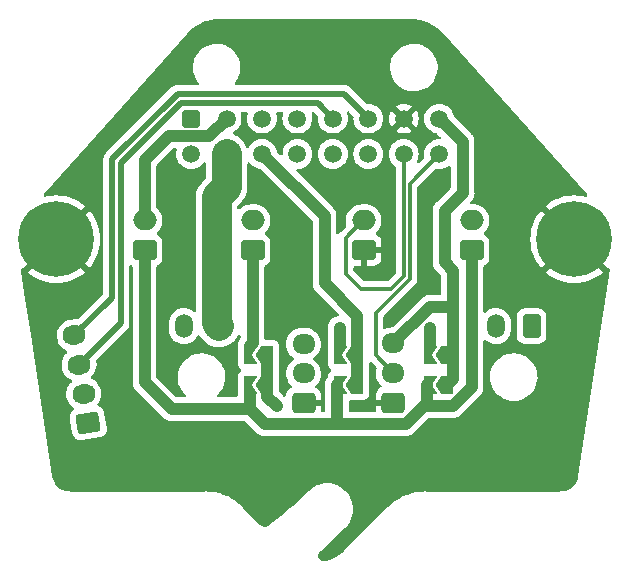
<source format=gbr>
%TF.GenerationSoftware,KiCad,Pcbnew,(6.0.7)*%
%TF.CreationDate,2023-07-30T17:13:32-07:00*%
%TF.ProjectId,xol-pcb,786f6c2d-7063-4622-9e6b-696361645f70,rev?*%
%TF.SameCoordinates,Original*%
%TF.FileFunction,Copper,L2,Bot*%
%TF.FilePolarity,Positive*%
%FSLAX46Y46*%
G04 Gerber Fmt 4.6, Leading zero omitted, Abs format (unit mm)*
G04 Created by KiCad (PCBNEW (6.0.7)) date 2023-07-30 17:13:32*
%MOMM*%
%LPD*%
G01*
G04 APERTURE LIST*
G04 Aperture macros list*
%AMRoundRect*
0 Rectangle with rounded corners*
0 $1 Rounding radius*
0 $2 $3 $4 $5 $6 $7 $8 $9 X,Y pos of 4 corners*
0 Add a 4 corners polygon primitive as box body*
4,1,4,$2,$3,$4,$5,$6,$7,$8,$9,$2,$3,0*
0 Add four circle primitives for the rounded corners*
1,1,$1+$1,$2,$3*
1,1,$1+$1,$4,$5*
1,1,$1+$1,$6,$7*
1,1,$1+$1,$8,$9*
0 Add four rect primitives between the rounded corners*
20,1,$1+$1,$2,$3,$4,$5,0*
20,1,$1+$1,$4,$5,$6,$7,0*
20,1,$1+$1,$6,$7,$8,$9,0*
20,1,$1+$1,$8,$9,$2,$3,0*%
%AMHorizOval*
0 Thick line with rounded ends*
0 $1 width*
0 $2 $3 position (X,Y) of the first rounded end (center of the circle)*
0 $4 $5 position (X,Y) of the second rounded end (center of the circle)*
0 Add line between two ends*
20,1,$1,$2,$3,$4,$5,0*
0 Add two circle primitives to create the rounded ends*
1,1,$1,$2,$3*
1,1,$1,$4,$5*%
%AMFreePoly0*
4,1,6,1.000000,0.000000,0.500000,-0.750000,-0.500000,-0.750000,-0.500000,0.750000,0.500000,0.750000,1.000000,0.000000,1.000000,0.000000,$1*%
%AMFreePoly1*
4,1,6,0.500000,-0.750000,-0.650000,-0.750000,-0.150000,0.000000,-0.650000,0.750000,0.500000,0.750000,0.500000,-0.750000,0.500000,-0.750000,$1*%
G04 Aperture macros list end*
%TA.AperFunction,ComponentPad*%
%ADD10RoundRect,0.250001X0.499999X0.759999X-0.499999X0.759999X-0.499999X-0.759999X0.499999X-0.759999X0*%
%TD*%
%TA.AperFunction,ComponentPad*%
%ADD11O,1.500000X2.020000*%
%TD*%
%TA.AperFunction,ComponentPad*%
%ADD12RoundRect,0.250000X0.750000X-0.600000X0.750000X0.600000X-0.750000X0.600000X-0.750000X-0.600000X0*%
%TD*%
%TA.AperFunction,ComponentPad*%
%ADD13O,2.000000X1.700000*%
%TD*%
%TA.AperFunction,ComponentPad*%
%ADD14RoundRect,0.250001X-0.499999X-0.499999X0.499999X-0.499999X0.499999X0.499999X-0.499999X0.499999X0*%
%TD*%
%TA.AperFunction,ComponentPad*%
%ADD15C,1.500000*%
%TD*%
%TA.AperFunction,ComponentPad*%
%ADD16C,6.400000*%
%TD*%
%TA.AperFunction,ComponentPad*%
%ADD17RoundRect,0.250000X0.725000X-0.600000X0.725000X0.600000X-0.725000X0.600000X-0.725000X-0.600000X0*%
%TD*%
%TA.AperFunction,ComponentPad*%
%ADD18O,1.950000X1.700000*%
%TD*%
%TA.AperFunction,SMDPad,CuDef*%
%ADD19FreePoly0,180.000000*%
%TD*%
%TA.AperFunction,SMDPad,CuDef*%
%ADD20FreePoly1,180.000000*%
%TD*%
%TA.AperFunction,ComponentPad*%
%ADD21RoundRect,0.250000X0.809935X-0.479198X0.622213X0.706028X-0.809935X0.479198X-0.622213X-0.706028X0*%
%TD*%
%TA.AperFunction,ComponentPad*%
%ADD22HorizOval,1.700000X0.123461X0.019554X-0.123461X-0.019554X0*%
%TD*%
%TA.AperFunction,ViaPad*%
%ADD23C,0.800000*%
%TD*%
%TA.AperFunction,Conductor*%
%ADD24C,0.300000*%
%TD*%
%TA.AperFunction,Conductor*%
%ADD25C,0.500000*%
%TD*%
%TA.AperFunction,Conductor*%
%ADD26C,1.000000*%
%TD*%
%TA.AperFunction,Conductor*%
%ADD27C,2.500000*%
%TD*%
G04 APERTURE END LIST*
D10*
%TO.P,HE1,1,Pin_1*%
%TO.N,HE-*%
X49506000Y-56736000D03*
D11*
%TO.P,HE1,2,Pin_2*%
%TO.N,HE+*%
X46506000Y-56736000D03*
%TD*%
D12*
%TO.P,HEF1,1,Pin_1*%
%TO.N,HEF+*%
X52324000Y-50292000D03*
D13*
%TO.P,HEF1,2,Pin_2*%
%TO.N,HEF-*%
X52324000Y-47792000D03*
%TD*%
D12*
%TO.P,PCF1,1,Pin_1*%
%TO.N,PCF+*%
X43180000Y-50292000D03*
D13*
%TO.P,PCF1,2,Pin_2*%
%TO.N,PCF-*%
X43180000Y-47792000D03*
%TD*%
D14*
%TO.P,J1,1,Pin_1*%
%TO.N,RGB*%
X47124000Y-39161000D03*
D15*
%TO.P,J1,2,Pin_2*%
%TO.N,PCF-*%
X50124000Y-39161000D03*
%TO.P,J1,3,Pin_3*%
%TO.N,HEF-*%
X53124000Y-39161000D03*
%TO.P,J1,4,Pin_4*%
%TO.N,TH-*%
X56124000Y-39161000D03*
%TO.P,J1,5,Pin_5*%
%TO.N,A1*%
X59124000Y-39161000D03*
%TO.P,J1,6,Pin_6*%
%TO.N,A2*%
X62124000Y-39161000D03*
%TO.P,J1,7,Pin_7*%
%TO.N,GND*%
X65124000Y-39161000D03*
%TO.P,J1,8,Pin_8*%
%TO.N,5V*%
X68124000Y-39161000D03*
%TO.P,J1,9,Pin_9*%
%TO.N,HE+*%
X47124000Y-42161000D03*
%TO.P,J1,10,Pin_10*%
%TO.N,HE-*%
X50124000Y-42161000D03*
%TO.P,J1,11,Pin_11*%
%TO.N,VALT*%
X53124000Y-42161000D03*
%TO.P,J1,12,Pin_12*%
%TO.N,TH*%
X56124000Y-42161000D03*
%TO.P,J1,13,Pin_13*%
%TO.N,B1*%
X59124000Y-42161000D03*
%TO.P,J1,14,Pin_14*%
%TO.N,B2*%
X62124000Y-42161000D03*
%TO.P,J1,15,Pin_15*%
%TO.N,AUX1*%
X65124000Y-42161000D03*
%TO.P,J1,16,Pin_16*%
%TO.N,AUX2*%
X68124000Y-42161000D03*
%TD*%
D10*
%TO.P,TH1,1,Pin_1*%
%TO.N,TH-*%
X75946000Y-56736000D03*
D11*
%TO.P,TH1,2,Pin_2*%
%TO.N,TH*%
X72946000Y-56736000D03*
%TD*%
D16*
%TO.P,H1,1,1*%
%TO.N,GND*%
X79559001Y-49376179D03*
%TD*%
%TO.P,H2,1,1*%
%TO.N,GND*%
X35709001Y-49376179D03*
%TD*%
D17*
%TO.P,AUX2,1,Pin_1*%
%TO.N,GND*%
X64245000Y-63206000D03*
D18*
%TO.P,AUX2,2,Pin_2*%
%TO.N,AUX2*%
X64245000Y-60706000D03*
%TO.P,AUX2,3,Pin_3*%
%TO.N,5V*%
X64245000Y-58206000D03*
%TD*%
D17*
%TO.P,RGB1,1,Pin_1*%
%TO.N,GND*%
X56642000Y-63246000D03*
D18*
%TO.P,RGB1,2,Pin_2*%
%TO.N,RGB*%
X56642000Y-60746000D03*
%TO.P,RGB1,3,Pin_3*%
%TO.N,5V*%
X56642000Y-58246000D03*
%TD*%
D12*
%TO.P,PCF2,1,Pin_1*%
%TO.N,PCF+*%
X70866000Y-50292000D03*
D13*
%TO.P,PCF2,2,Pin_2*%
%TO.N,PCF-*%
X70866000Y-47792000D03*
%TD*%
D12*
%TO.P,AUX1,1,Pin_1*%
%TO.N,GND*%
X61722000Y-50292000D03*
D13*
%TO.P,AUX1,2,Pin_2*%
%TO.N,AUX1*%
X61722000Y-47792000D03*
%TD*%
D19*
%TO.P,JP4,1,A*%
%TO.N,5V*%
X68797000Y-61722000D03*
D20*
%TO.P,JP4,2,B*%
%TO.N,PCF+*%
X67347000Y-61722000D03*
%TD*%
D21*
%TO.P,MOTOR1,1,Pin_1*%
%TO.N,B1*%
X38419166Y-64929703D03*
D22*
%TO.P,MOTOR1,2,Pin_2*%
%TO.N,B2*%
X38028080Y-62460482D03*
%TO.P,MOTOR1,3,Pin_3*%
%TO.N,A1*%
X37636994Y-59991261D03*
%TO.P,MOTOR1,4,Pin_4*%
%TO.N,A2*%
X37245908Y-57522040D03*
%TD*%
D19*
%TO.P,JP1,1,A*%
%TO.N,5V*%
X68797000Y-59182000D03*
D20*
%TO.P,JP1,2,B*%
%TO.N,HEF+*%
X67347000Y-59182000D03*
%TD*%
D19*
%TO.P,JP3,1,A*%
%TO.N,HE+*%
X53557000Y-59182000D03*
D20*
%TO.P,JP3,2,B*%
%TO.N,HEF+*%
X52107000Y-59182000D03*
%TD*%
D19*
%TO.P,JP5,1,A*%
%TO.N,VALT*%
X61177000Y-61722000D03*
D20*
%TO.P,JP5,2,B*%
%TO.N,PCF+*%
X59727000Y-61722000D03*
%TD*%
D19*
%TO.P,JP6,1,A*%
%TO.N,HE+*%
X53557000Y-61722000D03*
D20*
%TO.P,JP6,2,B*%
%TO.N,PCF+*%
X52107000Y-61722000D03*
%TD*%
D19*
%TO.P,JP2,1,A*%
%TO.N,VALT*%
X61177000Y-59182000D03*
D20*
%TO.P,JP2,2,B*%
%TO.N,HEF+*%
X59727000Y-59182000D03*
%TD*%
D23*
%TO.N,HE+*%
X54356000Y-63500000D03*
%TO.N,HEF+*%
X67310000Y-56896000D03*
X59690000Y-56896000D03*
X52324000Y-56896000D03*
%TO.N,GND*%
X54102000Y-57404000D03*
X45974000Y-59182000D03*
X67564000Y-53594000D03*
X54610000Y-48768000D03*
%TD*%
D24*
%TO.N,AUX1*%
X60198000Y-52324000D02*
X60198000Y-49276000D01*
X61468000Y-53594000D02*
X60198000Y-52324000D01*
X65124000Y-42161000D02*
X65124000Y-52478000D01*
X65124000Y-52478000D02*
X64008000Y-53594000D01*
X64008000Y-53594000D02*
X61468000Y-53594000D01*
X61682000Y-47792000D02*
X61722000Y-47792000D01*
X60198000Y-49276000D02*
X61682000Y-47792000D01*
D25*
%TO.N,A1*%
X57843000Y-37846000D02*
X59158000Y-39161000D01*
X46228000Y-37846000D02*
X57843000Y-37846000D01*
X37636994Y-59991261D02*
X41148000Y-56480255D01*
X41148000Y-56480255D02*
X41148000Y-42926000D01*
X41148000Y-42926000D02*
X46228000Y-37846000D01*
D24*
%TO.N,AUX2*%
X62738000Y-59199000D02*
X64245000Y-60706000D01*
X68124000Y-42161000D02*
X65624000Y-44661000D01*
X62738000Y-55626000D02*
X62738000Y-59199000D01*
X65624000Y-44661000D02*
X65624000Y-52740000D01*
X65624000Y-52740000D02*
X62738000Y-55626000D01*
D25*
%TO.N,A2*%
X45974000Y-37084000D02*
X60081000Y-37084000D01*
X40448000Y-42610000D02*
X45974000Y-37084000D01*
X60081000Y-37084000D02*
X62158000Y-39161000D01*
X37245908Y-57522040D02*
X40448000Y-54319948D01*
X40448000Y-54319948D02*
X40448000Y-42610000D01*
D26*
%TO.N,HE+*%
X53557000Y-59182000D02*
X53557000Y-61722000D01*
X53557000Y-62701000D02*
X54356000Y-63500000D01*
X53557000Y-61722000D02*
X53557000Y-62701000D01*
%TO.N,HEF+*%
X52324000Y-56896000D02*
X52324000Y-58175050D01*
X59690000Y-56896000D02*
X59690000Y-58420000D01*
X52324000Y-50292000D02*
X52324000Y-56896000D01*
X52324000Y-58175050D02*
X52074525Y-58424525D01*
X67310000Y-56896000D02*
X67310000Y-58420000D01*
D27*
%TO.N,HE-*%
X50124000Y-44958000D02*
X49276000Y-45806000D01*
X49276000Y-45806000D02*
X49276000Y-56506000D01*
X49276000Y-56506000D02*
X49506000Y-56736000D01*
X50124000Y-42161000D02*
X50124000Y-44958000D01*
D26*
%TO.N,5V*%
X68158000Y-39161000D02*
X68158000Y-39202000D01*
X68580000Y-46990000D02*
X68580000Y-51308000D01*
X70104000Y-45466000D02*
X68580000Y-46990000D01*
X64245000Y-58206000D02*
X67370000Y-55081000D01*
X67370000Y-55081000D02*
X69305000Y-55081000D01*
X69305000Y-52033000D02*
X69305000Y-55081000D01*
X69305000Y-61214000D02*
X68797000Y-61722000D01*
X69305000Y-55081000D02*
X69305000Y-61214000D01*
X70104000Y-41148000D02*
X70104000Y-45466000D01*
X68580000Y-51308000D02*
X69305000Y-52033000D01*
X68158000Y-39202000D02*
X70104000Y-41148000D01*
%TO.N,PCF+*%
X59436000Y-65024000D02*
X65278000Y-65024000D01*
X66802000Y-63500000D02*
X67097000Y-63205000D01*
X53340000Y-65024000D02*
X59436000Y-65024000D01*
X45466000Y-63754000D02*
X43180000Y-61468000D01*
X66802000Y-63500000D02*
X69258950Y-63500000D01*
X43180000Y-61468000D02*
X43180000Y-50292000D01*
X59436000Y-65024000D02*
X59477000Y-64983000D01*
X67097000Y-63205000D02*
X67097000Y-61722000D01*
X70866000Y-50292000D02*
X70866000Y-61892950D01*
X69258950Y-63500000D02*
X70866000Y-61892950D01*
X59477000Y-64983000D02*
X59477000Y-61722000D01*
X53340000Y-65024000D02*
X52070000Y-63754000D01*
X52070000Y-63754000D02*
X45466000Y-63754000D01*
X65278000Y-65024000D02*
X66802000Y-63500000D01*
X52070000Y-63754000D02*
X52070000Y-62484000D01*
%TO.N,PCF-*%
X43180000Y-42672000D02*
X43180000Y-47792000D01*
X48679000Y-40640000D02*
X45212000Y-40640000D01*
X45212000Y-40640000D02*
X43180000Y-42672000D01*
X50158000Y-39161000D02*
X48679000Y-40640000D01*
%TO.N,VALT*%
X53158000Y-42161000D02*
X58420000Y-47423000D01*
X58420000Y-53086000D02*
X61177000Y-55843000D01*
X58420000Y-47423000D02*
X58420000Y-53086000D01*
X61177000Y-55843000D02*
X61177000Y-61722000D01*
%TD*%
%TA.AperFunction,Conductor*%
%TO.N,GND*%
G36*
X65810644Y-30755996D02*
G01*
X65825476Y-30758306D01*
X65825479Y-30758306D01*
X65834348Y-30759687D01*
X65843250Y-30758523D01*
X65843254Y-30758523D01*
X65854149Y-30757098D01*
X65876384Y-30756172D01*
X66161270Y-30769525D01*
X66173016Y-30770629D01*
X66332924Y-30793245D01*
X66484998Y-30814753D01*
X66496581Y-30816948D01*
X66803078Y-30890059D01*
X66814397Y-30893326D01*
X67112718Y-30994782D01*
X67123688Y-30999095D01*
X67411212Y-31128007D01*
X67421729Y-31133326D01*
X67535773Y-31197890D01*
X67695929Y-31288559D01*
X67705911Y-31294845D01*
X67964389Y-31475039D01*
X67973741Y-31482231D01*
X68214235Y-31685812D01*
X68222872Y-31693847D01*
X68417242Y-31892432D01*
X68433045Y-31912215D01*
X68439363Y-31921999D01*
X68446153Y-31927870D01*
X68446154Y-31927871D01*
X68463441Y-31942818D01*
X68475101Y-31954306D01*
X80617573Y-45581543D01*
X80647957Y-45645709D01*
X80638827Y-45716116D01*
X80593082Y-45770411D01*
X80525245Y-45791354D01*
X80490889Y-45787073D01*
X80334185Y-45745085D01*
X80327735Y-45743714D01*
X79950372Y-45683945D01*
X79943834Y-45683259D01*
X79562302Y-45663263D01*
X79555700Y-45663263D01*
X79174168Y-45683259D01*
X79167630Y-45683945D01*
X78790267Y-45743714D01*
X78783817Y-45745085D01*
X78414785Y-45843967D01*
X78408503Y-45846008D01*
X78051837Y-45982919D01*
X78045812Y-45985601D01*
X77705398Y-46159051D01*
X77699688Y-46162348D01*
X77379266Y-46370432D01*
X77373940Y-46374302D01*
X77135166Y-46567657D01*
X77126701Y-46579912D01*
X77133035Y-46591003D01*
X82343311Y-51801279D01*
X82356833Y-51808663D01*
X82422278Y-51785664D01*
X82491352Y-51802073D01*
X82540589Y-51853222D01*
X82554357Y-51922871D01*
X82553443Y-51930412D01*
X79896835Y-69421171D01*
X79892443Y-69440105D01*
X79887927Y-69454441D01*
X79887926Y-69454445D01*
X79885230Y-69463005D01*
X79884974Y-69475393D01*
X79884911Y-69478450D01*
X79881855Y-69503549D01*
X79864524Y-69580440D01*
X79844859Y-69667685D01*
X79839701Y-69684803D01*
X79770791Y-69865840D01*
X79763264Y-69882051D01*
X79669444Y-70051475D01*
X79669423Y-70051513D01*
X79659675Y-70066497D01*
X79625914Y-70111117D01*
X79542803Y-70220960D01*
X79531031Y-70234417D01*
X79393464Y-70370791D01*
X79379906Y-70382445D01*
X79224426Y-70497973D01*
X79209354Y-70507591D01*
X79039094Y-70599946D01*
X79022817Y-70607332D01*
X78909088Y-70649493D01*
X78841192Y-70674663D01*
X78824029Y-70679673D01*
X78634704Y-70720618D01*
X78617006Y-70723148D01*
X78543058Y-70728405D01*
X78456375Y-70734568D01*
X78437519Y-70733779D01*
X78430001Y-70733687D01*
X78421128Y-70732305D01*
X78412225Y-70733469D01*
X78412224Y-70733469D01*
X78389553Y-70736433D01*
X78373219Y-70737496D01*
X67000961Y-70737496D01*
X66980056Y-70735750D01*
X66965055Y-70733226D01*
X66965052Y-70733226D01*
X66960263Y-70732420D01*
X66953948Y-70732343D01*
X66952569Y-70732326D01*
X66952566Y-70732326D01*
X66947711Y-70732267D01*
X66942907Y-70732955D01*
X66940238Y-70733129D01*
X66932021Y-70733895D01*
X66759260Y-70741438D01*
X66554396Y-70750382D01*
X66314733Y-70781933D01*
X66166798Y-70801408D01*
X66166792Y-70801409D01*
X66164073Y-70801767D01*
X65779715Y-70886977D01*
X65777090Y-70887805D01*
X65777085Y-70887806D01*
X65674992Y-70919996D01*
X65404245Y-71005361D01*
X65040523Y-71156019D01*
X64691315Y-71337804D01*
X64551422Y-71426925D01*
X64361604Y-71547851D01*
X64359279Y-71549332D01*
X64357104Y-71551001D01*
X64049111Y-71787331D01*
X64049105Y-71787336D01*
X64046943Y-71788995D01*
X63943584Y-71883705D01*
X63779550Y-72034014D01*
X63772691Y-72039564D01*
X63772713Y-72039590D01*
X63768976Y-72042713D01*
X63765006Y-72045539D01*
X63756023Y-72054307D01*
X63753108Y-72058196D01*
X63753104Y-72058201D01*
X63739283Y-72076642D01*
X63727552Y-72090172D01*
X60137775Y-75679949D01*
X60123007Y-75692596D01*
X60103631Y-75706751D01*
X60091183Y-75722945D01*
X60076324Y-75739131D01*
X59877317Y-75921138D01*
X59868714Y-75928328D01*
X59630149Y-76110303D01*
X59620947Y-76116693D01*
X59367135Y-76276690D01*
X59357394Y-76282240D01*
X59090341Y-76418996D01*
X59080125Y-76423665D01*
X58801970Y-76536088D01*
X58791378Y-76539829D01*
X58540471Y-76616049D01*
X58515907Y-76620911D01*
X58508415Y-76621631D01*
X58508410Y-76621632D01*
X58503739Y-76622081D01*
X58503735Y-76622082D01*
X58503730Y-76622083D01*
X58498375Y-76624224D01*
X58498369Y-76624226D01*
X58498042Y-76624357D01*
X58497278Y-76624550D01*
X58492849Y-76625867D01*
X58492795Y-76625686D01*
X58465828Y-76632518D01*
X58384976Y-76641926D01*
X58351198Y-76641296D01*
X58327554Y-76637648D01*
X58254653Y-76626399D01*
X58222262Y-76616819D01*
X58133136Y-76576801D01*
X58104451Y-76558955D01*
X58029171Y-76496699D01*
X58006259Y-76471875D01*
X57950223Y-76391850D01*
X57934733Y-76361836D01*
X57901973Y-76269794D01*
X57895016Y-76236739D01*
X57887890Y-76139312D01*
X57889965Y-76105590D01*
X57908984Y-76009770D01*
X57919945Y-75977813D01*
X57963741Y-75890490D01*
X57982798Y-75862595D01*
X58035333Y-75804340D01*
X58048673Y-75791568D01*
X58050505Y-75790055D01*
X58058172Y-75785375D01*
X58088689Y-75751836D01*
X58096506Y-75743970D01*
X60151139Y-73850870D01*
X60163318Y-73840977D01*
X60190635Y-73821482D01*
X60199609Y-73812704D01*
X60202526Y-73808803D01*
X60204346Y-73806724D01*
X60206942Y-73803517D01*
X60389869Y-73594457D01*
X60392151Y-73591034D01*
X60392156Y-73591027D01*
X60548146Y-73357006D01*
X60548148Y-73357002D01*
X60550438Y-73353567D01*
X60678191Y-73093779D01*
X60770942Y-72819539D01*
X60827104Y-72535539D01*
X60839514Y-72342917D01*
X60845452Y-72250758D01*
X60845452Y-72250750D01*
X60845717Y-72246637D01*
X60845443Y-72242527D01*
X60845443Y-72242519D01*
X60826735Y-71961889D01*
X60826461Y-71957778D01*
X60769667Y-71673903D01*
X60676306Y-71399870D01*
X60613241Y-71272343D01*
X60549806Y-71144069D01*
X60549804Y-71144066D01*
X60547975Y-71140367D01*
X60458256Y-71006414D01*
X60389165Y-70903259D01*
X60389160Y-70903252D01*
X60386871Y-70899835D01*
X60384154Y-70896743D01*
X60384148Y-70896736D01*
X60243251Y-70736433D01*
X60195749Y-70682388D01*
X60192653Y-70679679D01*
X60192647Y-70679673D01*
X59984994Y-70497973D01*
X59977880Y-70491748D01*
X59796422Y-70370791D01*
X59740431Y-70333468D01*
X59740427Y-70333466D01*
X59736992Y-70331176D01*
X59730684Y-70328074D01*
X59480902Y-70205237D01*
X59480894Y-70205234D01*
X59477206Y-70203420D01*
X59442229Y-70191590D01*
X59206871Y-70111986D01*
X59206865Y-70111984D01*
X59202967Y-70110666D01*
X58918967Y-70054500D01*
X58630066Y-70035883D01*
X58625955Y-70036157D01*
X58625947Y-70036157D01*
X58437874Y-70048692D01*
X58341207Y-70055135D01*
X58149112Y-70093565D01*
X58061374Y-70111117D01*
X58061371Y-70111118D01*
X58057331Y-70111926D01*
X58053433Y-70113254D01*
X58053429Y-70113255D01*
X57924738Y-70157097D01*
X57783297Y-70205283D01*
X57779600Y-70207111D01*
X57779598Y-70207112D01*
X57527486Y-70331783D01*
X57527483Y-70331785D01*
X57523792Y-70333610D01*
X57520373Y-70335900D01*
X57520366Y-70335904D01*
X57286688Y-70492413D01*
X57286681Y-70492418D01*
X57283258Y-70494711D01*
X57280162Y-70497432D01*
X57280157Y-70497436D01*
X57088553Y-70665841D01*
X57078559Y-70673765D01*
X57074436Y-70676707D01*
X57070136Y-70680913D01*
X57069917Y-70681073D01*
X57069752Y-70681288D01*
X57065462Y-70685484D01*
X57062545Y-70689385D01*
X57051399Y-70704291D01*
X57038350Y-70719150D01*
X56469677Y-71272343D01*
X56425814Y-71315012D01*
X56423088Y-71317586D01*
X55762711Y-71922742D01*
X55759954Y-71925194D01*
X55275908Y-72342917D01*
X55081867Y-72510371D01*
X55078997Y-72512775D01*
X55050971Y-72535539D01*
X54383765Y-73077487D01*
X54380815Y-73079811D01*
X53704828Y-73596227D01*
X53686860Y-73607685D01*
X53669553Y-73616761D01*
X53669549Y-73616765D01*
X53669541Y-73616769D01*
X53662639Y-73623428D01*
X53657580Y-73627006D01*
X53638630Y-73641209D01*
X53579659Y-73674885D01*
X53552205Y-73686502D01*
X53469349Y-73710482D01*
X53439936Y-73715324D01*
X53403170Y-73716964D01*
X53353762Y-73719168D01*
X53324033Y-73716964D01*
X53239370Y-73700456D01*
X53210992Y-73691330D01*
X53132577Y-73655395D01*
X53107137Y-73639858D01*
X53057864Y-73601074D01*
X53045619Y-73590066D01*
X53040932Y-73585263D01*
X53035641Y-73578020D01*
X53010384Y-73558604D01*
X52998089Y-73547810D01*
X51545938Y-72095660D01*
X51532391Y-72079644D01*
X51523573Y-72067258D01*
X51523569Y-72067253D01*
X51520748Y-72063291D01*
X51511981Y-72054307D01*
X51508086Y-72051388D01*
X51505884Y-72049455D01*
X51499864Y-72044460D01*
X51223085Y-71790841D01*
X51221065Y-71788990D01*
X51218903Y-71787331D01*
X51218897Y-71787326D01*
X50910903Y-71550996D01*
X50908728Y-71549327D01*
X50716595Y-71426925D01*
X50579006Y-71339271D01*
X50579003Y-71339269D01*
X50576692Y-71337797D01*
X50227484Y-71156012D01*
X49863760Y-71005353D01*
X49539956Y-70903259D01*
X49490920Y-70887798D01*
X49490915Y-70887797D01*
X49488290Y-70886969D01*
X49103931Y-70801759D01*
X49101212Y-70801401D01*
X49101206Y-70801400D01*
X48954198Y-70782047D01*
X48713608Y-70750373D01*
X48529070Y-70742316D01*
X48351265Y-70734553D01*
X48342494Y-70733628D01*
X48342491Y-70733663D01*
X48337651Y-70733229D01*
X48332844Y-70732420D01*
X48326326Y-70732341D01*
X48325152Y-70732326D01*
X48325149Y-70732326D01*
X48320292Y-70732267D01*
X48294350Y-70735982D01*
X48292668Y-70736223D01*
X48274806Y-70737496D01*
X36902540Y-70737496D01*
X36883152Y-70735995D01*
X36868326Y-70733686D01*
X36868319Y-70733686D01*
X36859451Y-70732305D01*
X36850548Y-70733469D01*
X36850544Y-70733469D01*
X36844125Y-70734308D01*
X36818849Y-70735054D01*
X36737534Y-70729269D01*
X36651028Y-70723115D01*
X36633331Y-70720585D01*
X36444006Y-70679633D01*
X36426845Y-70674623D01*
X36245226Y-70607291D01*
X36228957Y-70599908D01*
X36058681Y-70507541D01*
X36043617Y-70497927D01*
X35888132Y-70382394D01*
X35874583Y-70370746D01*
X35737016Y-70234371D01*
X35725245Y-70220916D01*
X35713382Y-70205237D01*
X35608374Y-70066459D01*
X35598626Y-70051475D01*
X35589992Y-70035883D01*
X35504781Y-69882013D01*
X35497252Y-69865798D01*
X35428343Y-69684778D01*
X35423185Y-69667664D01*
X35387712Y-69510312D01*
X35385795Y-69492800D01*
X35384620Y-69484367D01*
X35384653Y-69475393D01*
X35382168Y-69466774D01*
X35382167Y-69466770D01*
X35375832Y-69444802D01*
X35372328Y-69428812D01*
X33554539Y-57460732D01*
X35761435Y-57460732D01*
X35763686Y-57549650D01*
X35765133Y-57606801D01*
X35767269Y-57691203D01*
X35811851Y-57917398D01*
X35813749Y-57922382D01*
X35813750Y-57922385D01*
X35841817Y-57996080D01*
X35893906Y-58132847D01*
X35951459Y-58230358D01*
X35998599Y-58310226D01*
X36011090Y-58331390D01*
X36067720Y-58398284D01*
X36151927Y-58497753D01*
X36160051Y-58507350D01*
X36336530Y-58655698D01*
X36535480Y-58772189D01*
X36560336Y-58781556D01*
X36569393Y-58784970D01*
X36626083Y-58827711D01*
X36650667Y-58894316D01*
X36635339Y-58963638D01*
X36610809Y-58995101D01*
X36548238Y-59053347D01*
X36503513Y-59094980D01*
X36482820Y-59122095D01*
X36373852Y-59264878D01*
X36363645Y-59278252D01*
X36256655Y-59482468D01*
X36185603Y-59701792D01*
X36175338Y-59772588D01*
X36155814Y-59907243D01*
X36152521Y-59929953D01*
X36158355Y-60160424D01*
X36159386Y-60165654D01*
X36159386Y-60165656D01*
X36171732Y-60228296D01*
X36202937Y-60386619D01*
X36284992Y-60602068D01*
X36402176Y-60800611D01*
X36478850Y-60891182D01*
X36545363Y-60969750D01*
X36551137Y-60976571D01*
X36727616Y-61124919D01*
X36926566Y-61241410D01*
X36951422Y-61250777D01*
X36960479Y-61254191D01*
X37017169Y-61296932D01*
X37041753Y-61363537D01*
X37026425Y-61432859D01*
X37001895Y-61464322D01*
X36912793Y-61547265D01*
X36894599Y-61564201D01*
X36891358Y-61568448D01*
X36770484Y-61726832D01*
X36754731Y-61747473D01*
X36752252Y-61752205D01*
X36752250Y-61752208D01*
X36750805Y-61754967D01*
X36647741Y-61951689D01*
X36576689Y-62171013D01*
X36571316Y-62208072D01*
X36547132Y-62374864D01*
X36543607Y-62399174D01*
X36549441Y-62629645D01*
X36550472Y-62634875D01*
X36550472Y-62634877D01*
X36568333Y-62725498D01*
X36594023Y-62855840D01*
X36595921Y-62860824D01*
X36595922Y-62860827D01*
X36609640Y-62896846D01*
X36676078Y-63071289D01*
X36793262Y-63269832D01*
X36942223Y-63445792D01*
X37118702Y-63594140D01*
X37123313Y-63596840D01*
X37123316Y-63596842D01*
X37158479Y-63617431D01*
X37207158Y-63669112D01*
X37220168Y-63738906D01*
X37193379Y-63804655D01*
X37177063Y-63821615D01*
X37113371Y-63876497D01*
X37047101Y-63933600D01*
X36943264Y-64076781D01*
X36940448Y-64083530D01*
X36940446Y-64083533D01*
X36882266Y-64222958D01*
X36875150Y-64240011D01*
X36872606Y-64255462D01*
X36850017Y-64392657D01*
X36846415Y-64414532D01*
X36846793Y-64421402D01*
X36846793Y-64421403D01*
X36847961Y-64442630D01*
X36852185Y-64519381D01*
X36852686Y-64522543D01*
X36852686Y-64522545D01*
X36887957Y-64745235D01*
X37055675Y-65804166D01*
X37083060Y-65906913D01*
X37086236Y-65913028D01*
X37086238Y-65913032D01*
X37111912Y-65962456D01*
X37164593Y-66063871D01*
X37169370Y-66069415D01*
X37275266Y-66192314D01*
X37275269Y-66192316D01*
X37280047Y-66197862D01*
X37285978Y-66202163D01*
X37417303Y-66297401D01*
X37417306Y-66297403D01*
X37423229Y-66301698D01*
X37429982Y-66304516D01*
X37429984Y-66304517D01*
X37579703Y-66366993D01*
X37586459Y-66369812D01*
X37713784Y-66390776D01*
X37754188Y-66397429D01*
X37754189Y-66397429D01*
X37760979Y-66398547D01*
X37767849Y-66398169D01*
X37767850Y-66398169D01*
X37836816Y-66394374D01*
X37865829Y-66392777D01*
X37868991Y-66392276D01*
X37868993Y-66392276D01*
X39394329Y-66150686D01*
X39394330Y-66150686D01*
X39397536Y-66150178D01*
X39500283Y-66122794D01*
X39657241Y-66041261D01*
X39667409Y-66032500D01*
X39715717Y-65990874D01*
X39791231Y-65925806D01*
X39895068Y-65782625D01*
X39898554Y-65774273D01*
X39960363Y-65626151D01*
X39960363Y-65626149D01*
X39963182Y-65619395D01*
X39991917Y-65444874D01*
X39986147Y-65340025D01*
X39782657Y-64055240D01*
X39755272Y-63952493D01*
X39752096Y-63946378D01*
X39752094Y-63946374D01*
X39677112Y-63802029D01*
X39673739Y-63795535D01*
X39668962Y-63789991D01*
X39563066Y-63667092D01*
X39563063Y-63667090D01*
X39558285Y-63661544D01*
X39460598Y-63590701D01*
X39421029Y-63562005D01*
X39421026Y-63562003D01*
X39415103Y-63557708D01*
X39408350Y-63554890D01*
X39408348Y-63554889D01*
X39257210Y-63491821D01*
X39202046Y-63447128D01*
X39179802Y-63379706D01*
X39197540Y-63310961D01*
X39205570Y-63299097D01*
X39298188Y-63177738D01*
X39298189Y-63177736D01*
X39301429Y-63173491D01*
X39408419Y-62969274D01*
X39479471Y-62749951D01*
X39499436Y-62612254D01*
X39511788Y-62527069D01*
X39511788Y-62527064D01*
X39512553Y-62521790D01*
X39506719Y-62291319D01*
X39503798Y-62276496D01*
X39477819Y-62144690D01*
X39462137Y-62065124D01*
X39459710Y-62058750D01*
X39415882Y-61943675D01*
X39380082Y-61849675D01*
X39281270Y-61682259D01*
X39265611Y-61655728D01*
X39265609Y-61655725D01*
X39262898Y-61651132D01*
X39149707Y-61517425D01*
X39117387Y-61479247D01*
X39117385Y-61479245D01*
X39113937Y-61475172D01*
X38937458Y-61326824D01*
X38738508Y-61210333D01*
X38704595Y-61197552D01*
X38647905Y-61154811D01*
X38623321Y-61088206D01*
X38638649Y-61018884D01*
X38663179Y-60987421D01*
X38766565Y-60891182D01*
X38766567Y-60891180D01*
X38770475Y-60887542D01*
X38864076Y-60764895D01*
X38907102Y-60708517D01*
X38907103Y-60708515D01*
X38910343Y-60704270D01*
X39017333Y-60500053D01*
X39088385Y-60280730D01*
X39106907Y-60152990D01*
X39120702Y-60057848D01*
X39120702Y-60057843D01*
X39121467Y-60052569D01*
X39115633Y-59822098D01*
X39104413Y-59765168D01*
X39089642Y-59690227D01*
X39096094Y-59619524D01*
X39124169Y-59576767D01*
X41636911Y-57064025D01*
X41651323Y-57051639D01*
X41662918Y-57043106D01*
X41662923Y-57043101D01*
X41668818Y-57038763D01*
X41673557Y-57033185D01*
X41673560Y-57033182D01*
X41703035Y-56998487D01*
X41709965Y-56990971D01*
X41715660Y-56985276D01*
X41733281Y-56963004D01*
X41736072Y-56959600D01*
X41778591Y-56909552D01*
X41778592Y-56909550D01*
X41783333Y-56903970D01*
X41786661Y-56897454D01*
X41790028Y-56892405D01*
X41793195Y-56887276D01*
X41797734Y-56881539D01*
X41828655Y-56815380D01*
X41830561Y-56811480D01*
X41833980Y-56804784D01*
X41863769Y-56746447D01*
X41865508Y-56739339D01*
X41867607Y-56733696D01*
X41869524Y-56727933D01*
X41872622Y-56721305D01*
X41887487Y-56649838D01*
X41888457Y-56645554D01*
X41905808Y-56574645D01*
X41906500Y-56563491D01*
X41906536Y-56563493D01*
X41906775Y-56559500D01*
X41907149Y-56555308D01*
X41908640Y-56548140D01*
X41906546Y-56470734D01*
X41906500Y-56467327D01*
X41906500Y-51686046D01*
X41926502Y-51617925D01*
X41980158Y-51571432D01*
X42050432Y-51561328D01*
X42094358Y-51577243D01*
X42094389Y-51577177D01*
X42095130Y-51577522D01*
X42098612Y-51578784D01*
X42107258Y-51584113D01*
X42106223Y-51585792D01*
X42152031Y-51626121D01*
X42171500Y-51693405D01*
X42171500Y-61406157D01*
X42170763Y-61419764D01*
X42169341Y-61432859D01*
X42166676Y-61457388D01*
X42167213Y-61463523D01*
X42171050Y-61507388D01*
X42171379Y-61512214D01*
X42171500Y-61514686D01*
X42171500Y-61517769D01*
X42171801Y-61520837D01*
X42175690Y-61560506D01*
X42175812Y-61561819D01*
X42176392Y-61568448D01*
X42183913Y-61654413D01*
X42185400Y-61659532D01*
X42185920Y-61664833D01*
X42212791Y-61753834D01*
X42213126Y-61754967D01*
X42234817Y-61829624D01*
X42239091Y-61844336D01*
X42241544Y-61849068D01*
X42243084Y-61854169D01*
X42245978Y-61859612D01*
X42286731Y-61936260D01*
X42287343Y-61937426D01*
X42319809Y-62000057D01*
X42330108Y-62019926D01*
X42333431Y-62024089D01*
X42335934Y-62028796D01*
X42394755Y-62100918D01*
X42395446Y-62101774D01*
X42426738Y-62140973D01*
X42429242Y-62143477D01*
X42429884Y-62144195D01*
X42433585Y-62148528D01*
X42460935Y-62182062D01*
X42465682Y-62185989D01*
X42465684Y-62185991D01*
X42496262Y-62211287D01*
X42505042Y-62219277D01*
X44709145Y-64423379D01*
X44718247Y-64433522D01*
X44741968Y-64463025D01*
X44779665Y-64494657D01*
X44780421Y-64495291D01*
X44784069Y-64498472D01*
X44785881Y-64500115D01*
X44788075Y-64502309D01*
X44821349Y-64529642D01*
X44822147Y-64530304D01*
X44893474Y-64590154D01*
X44898144Y-64592722D01*
X44902261Y-64596103D01*
X44960145Y-64627140D01*
X44984086Y-64639977D01*
X44985245Y-64640606D01*
X45061381Y-64682462D01*
X45061389Y-64682465D01*
X45066787Y-64685433D01*
X45071869Y-64687045D01*
X45076563Y-64689562D01*
X45165531Y-64716762D01*
X45166559Y-64717082D01*
X45255306Y-64745235D01*
X45260602Y-64745829D01*
X45265698Y-64747387D01*
X45358257Y-64756790D01*
X45359393Y-64756911D01*
X45393008Y-64760681D01*
X45405730Y-64762108D01*
X45405734Y-64762108D01*
X45409227Y-64762500D01*
X45412754Y-64762500D01*
X45413739Y-64762555D01*
X45419419Y-64763002D01*
X45448825Y-64765989D01*
X45456337Y-64766752D01*
X45456339Y-64766752D01*
X45462462Y-64767374D01*
X45508108Y-64763059D01*
X45519967Y-64762500D01*
X51600074Y-64762500D01*
X51668195Y-64782502D01*
X51689169Y-64799404D01*
X52583149Y-65693383D01*
X52592251Y-65703527D01*
X52615968Y-65733025D01*
X52654456Y-65765320D01*
X52658075Y-65768478D01*
X52659890Y-65770124D01*
X52662075Y-65772309D01*
X52664455Y-65774264D01*
X52664465Y-65774273D01*
X52695236Y-65799549D01*
X52696251Y-65800391D01*
X52706393Y-65808901D01*
X52767474Y-65860154D01*
X52772148Y-65862723D01*
X52776261Y-65866102D01*
X52781698Y-65869017D01*
X52781699Y-65869018D01*
X52796080Y-65876729D01*
X52852374Y-65906913D01*
X52858047Y-65909955D01*
X52859177Y-65910568D01*
X52940787Y-65955433D01*
X52945869Y-65957045D01*
X52950563Y-65959562D01*
X53039531Y-65986762D01*
X53040559Y-65987082D01*
X53129306Y-66015235D01*
X53134602Y-66015829D01*
X53139698Y-66017387D01*
X53232257Y-66026790D01*
X53233393Y-66026911D01*
X53267008Y-66030681D01*
X53279730Y-66032108D01*
X53279734Y-66032108D01*
X53283227Y-66032500D01*
X53286754Y-66032500D01*
X53287739Y-66032555D01*
X53293419Y-66033002D01*
X53322825Y-66035989D01*
X53330337Y-66036752D01*
X53330339Y-66036752D01*
X53336462Y-66037374D01*
X53382108Y-66033059D01*
X53393967Y-66032500D01*
X59374157Y-66032500D01*
X59387764Y-66033237D01*
X59419262Y-66036659D01*
X59419267Y-66036659D01*
X59425388Y-66037324D01*
X59473211Y-66033140D01*
X59475053Y-66032979D01*
X59486034Y-66032500D01*
X65216157Y-66032500D01*
X65229764Y-66033237D01*
X65261262Y-66036659D01*
X65261267Y-66036659D01*
X65267388Y-66037324D01*
X65293638Y-66035027D01*
X65317388Y-66032950D01*
X65322214Y-66032621D01*
X65324686Y-66032500D01*
X65327769Y-66032500D01*
X65339738Y-66031326D01*
X65370506Y-66028310D01*
X65371819Y-66028188D01*
X65416084Y-66024315D01*
X65464413Y-66020087D01*
X65469532Y-66018600D01*
X65474833Y-66018080D01*
X65563834Y-65991209D01*
X65564967Y-65990874D01*
X65648414Y-65966630D01*
X65648418Y-65966628D01*
X65654336Y-65964909D01*
X65659068Y-65962456D01*
X65664169Y-65960916D01*
X65671173Y-65957192D01*
X65746260Y-65917269D01*
X65747426Y-65916657D01*
X65824453Y-65876729D01*
X65829926Y-65873892D01*
X65834089Y-65870569D01*
X65838796Y-65868066D01*
X65910918Y-65809245D01*
X65911774Y-65808554D01*
X65950973Y-65777262D01*
X65953477Y-65774758D01*
X65954195Y-65774116D01*
X65958528Y-65770415D01*
X65992062Y-65743065D01*
X66021288Y-65707737D01*
X66029277Y-65698958D01*
X67182830Y-64545405D01*
X67245142Y-64511379D01*
X67271925Y-64508500D01*
X69197107Y-64508500D01*
X69210714Y-64509237D01*
X69242212Y-64512659D01*
X69242217Y-64512659D01*
X69248338Y-64513324D01*
X69274588Y-64511027D01*
X69298338Y-64508950D01*
X69303164Y-64508621D01*
X69305636Y-64508500D01*
X69308719Y-64508500D01*
X69320688Y-64507326D01*
X69351456Y-64504310D01*
X69352769Y-64504188D01*
X69397034Y-64500315D01*
X69445363Y-64496087D01*
X69450482Y-64494600D01*
X69455783Y-64494080D01*
X69544784Y-64467209D01*
X69545917Y-64466874D01*
X69629364Y-64442630D01*
X69629368Y-64442628D01*
X69635286Y-64440909D01*
X69640018Y-64438456D01*
X69645119Y-64436916D01*
X69670579Y-64423379D01*
X69727210Y-64393269D01*
X69728376Y-64392657D01*
X69805403Y-64352729D01*
X69810876Y-64349892D01*
X69815039Y-64346569D01*
X69819746Y-64344066D01*
X69891868Y-64285245D01*
X69892724Y-64284554D01*
X69931923Y-64253262D01*
X69934427Y-64250758D01*
X69935145Y-64250116D01*
X69939478Y-64246415D01*
X69973012Y-64219065D01*
X70002238Y-64183737D01*
X70010227Y-64174958D01*
X71535379Y-62649805D01*
X71545522Y-62640703D01*
X71570218Y-62620847D01*
X71575025Y-62616982D01*
X71607292Y-62578528D01*
X71610472Y-62574881D01*
X71612115Y-62573069D01*
X71614309Y-62570875D01*
X71641642Y-62537601D01*
X71642348Y-62536750D01*
X71650472Y-62527069D01*
X71702154Y-62465476D01*
X71704722Y-62460806D01*
X71708103Y-62456689D01*
X71751977Y-62374864D01*
X71752606Y-62373705D01*
X71794462Y-62297569D01*
X71794465Y-62297561D01*
X71797433Y-62292163D01*
X71799045Y-62287081D01*
X71801562Y-62282387D01*
X71828747Y-62193473D01*
X71829139Y-62192215D01*
X71855372Y-62109517D01*
X71857235Y-62103644D01*
X71857829Y-62098353D01*
X71859388Y-62093252D01*
X71868790Y-62000687D01*
X71868925Y-61999420D01*
X71869758Y-61992001D01*
X71874500Y-61949723D01*
X71874500Y-61946198D01*
X71874555Y-61945213D01*
X71875004Y-61939509D01*
X71875095Y-61938619D01*
X71877231Y-61917584D01*
X71878752Y-61902616D01*
X71878752Y-61902611D01*
X71879374Y-61896488D01*
X71875059Y-61850841D01*
X71874500Y-61838983D01*
X71874500Y-60985733D01*
X72433822Y-60985733D01*
X72433975Y-60990121D01*
X72433975Y-60990127D01*
X72443363Y-61258949D01*
X72443625Y-61266458D01*
X72444387Y-61270781D01*
X72444388Y-61270788D01*
X72468164Y-61405624D01*
X72492402Y-61543087D01*
X72579203Y-61810235D01*
X72581131Y-61814188D01*
X72581133Y-61814193D01*
X72624260Y-61902616D01*
X72702340Y-62062702D01*
X72704795Y-62066341D01*
X72704798Y-62066347D01*
X72757641Y-62144690D01*
X72859415Y-62295576D01*
X73047371Y-62504322D01*
X73050733Y-62507143D01*
X73050734Y-62507144D01*
X73104651Y-62552386D01*
X73262550Y-62684879D01*
X73500764Y-62833731D01*
X73634484Y-62893267D01*
X73743587Y-62941843D01*
X73757375Y-62947982D01*
X74027390Y-63025407D01*
X74031740Y-63026018D01*
X74031743Y-63026019D01*
X74134690Y-63040487D01*
X74305552Y-63064500D01*
X74516146Y-63064500D01*
X74518332Y-63064347D01*
X74518336Y-63064347D01*
X74721827Y-63050118D01*
X74721832Y-63050117D01*
X74726212Y-63049811D01*
X75000970Y-62991409D01*
X75005099Y-62989906D01*
X75005103Y-62989905D01*
X75260781Y-62896846D01*
X75260785Y-62896844D01*
X75264926Y-62895337D01*
X75512942Y-62763464D01*
X75516503Y-62760877D01*
X75736629Y-62600947D01*
X75736632Y-62600944D01*
X75740192Y-62598358D01*
X75746377Y-62592386D01*
X75857878Y-62484710D01*
X75942252Y-62403231D01*
X76115188Y-62181882D01*
X76117384Y-62178078D01*
X76117389Y-62178071D01*
X76231206Y-61980933D01*
X76255636Y-61938619D01*
X76360862Y-61678176D01*
X76363212Y-61668751D01*
X76427753Y-61409893D01*
X76427754Y-61409888D01*
X76428817Y-61405624D01*
X76433241Y-61363537D01*
X76457719Y-61130636D01*
X76457719Y-61130633D01*
X76458178Y-61126267D01*
X76457357Y-61102752D01*
X76448529Y-60849939D01*
X76448528Y-60849933D01*
X76448375Y-60845542D01*
X76445153Y-60827266D01*
X76401525Y-60579842D01*
X76399598Y-60568913D01*
X76312797Y-60301765D01*
X76302538Y-60280730D01*
X76193830Y-60057848D01*
X76189660Y-60049298D01*
X76187205Y-60045659D01*
X76187202Y-60045653D01*
X76088049Y-59898653D01*
X76032585Y-59816424D01*
X75989484Y-59768555D01*
X75885759Y-59653357D01*
X75844629Y-59607678D01*
X75811332Y-59579738D01*
X75712768Y-59497033D01*
X75629450Y-59427121D01*
X75391236Y-59278269D01*
X75134625Y-59164018D01*
X74944232Y-59109424D01*
X74868837Y-59087805D01*
X74868836Y-59087805D01*
X74864610Y-59086593D01*
X74860260Y-59085982D01*
X74860257Y-59085981D01*
X74757310Y-59071513D01*
X74586448Y-59047500D01*
X74375854Y-59047500D01*
X74373668Y-59047653D01*
X74373664Y-59047653D01*
X74170173Y-59061882D01*
X74170168Y-59061883D01*
X74165788Y-59062189D01*
X73891030Y-59120591D01*
X73886901Y-59122094D01*
X73886897Y-59122095D01*
X73631219Y-59215154D01*
X73631215Y-59215156D01*
X73627074Y-59216663D01*
X73379058Y-59348536D01*
X73375499Y-59351122D01*
X73375497Y-59351123D01*
X73192968Y-59483738D01*
X73151808Y-59513642D01*
X73148644Y-59516698D01*
X73148641Y-59516700D01*
X73080632Y-59582376D01*
X72949748Y-59708769D01*
X72776812Y-59930118D01*
X72774616Y-59933922D01*
X72774611Y-59933929D01*
X72703067Y-60057848D01*
X72636364Y-60173381D01*
X72531138Y-60433824D01*
X72530073Y-60438097D01*
X72530072Y-60438099D01*
X72464889Y-60699535D01*
X72463183Y-60706376D01*
X72462724Y-60710744D01*
X72462723Y-60710749D01*
X72442949Y-60898889D01*
X72433822Y-60985733D01*
X71874500Y-60985733D01*
X71874500Y-58007799D01*
X71894502Y-57939678D01*
X71948158Y-57893185D01*
X72018432Y-57883081D01*
X72088186Y-57917315D01*
X72150799Y-57977992D01*
X72337262Y-58103290D01*
X72542967Y-58193588D01*
X72548418Y-58194897D01*
X72548422Y-58194898D01*
X72753938Y-58244238D01*
X72761411Y-58246032D01*
X72845475Y-58250879D01*
X72980083Y-58258640D01*
X72980086Y-58258640D01*
X72985690Y-58258963D01*
X73208715Y-58231975D01*
X73423435Y-58165918D01*
X73428415Y-58163348D01*
X73428419Y-58163346D01*
X73618081Y-58065454D01*
X73618082Y-58065454D01*
X73623064Y-58062882D01*
X73801292Y-57926123D01*
X73952485Y-57759964D01*
X73969368Y-57733051D01*
X74068885Y-57574405D01*
X74071864Y-57569656D01*
X74081213Y-57546400D01*
X74687500Y-57546400D01*
X74687837Y-57549646D01*
X74687837Y-57549650D01*
X74697270Y-57640559D01*
X74698474Y-57652165D01*
X74700655Y-57658701D01*
X74700655Y-57658703D01*
X74713243Y-57696433D01*
X74754450Y-57819945D01*
X74847522Y-57970348D01*
X74972697Y-58095305D01*
X74978927Y-58099145D01*
X74978928Y-58099146D01*
X75116090Y-58183694D01*
X75123262Y-58188115D01*
X75173560Y-58204798D01*
X75284611Y-58241632D01*
X75284613Y-58241632D01*
X75291139Y-58243797D01*
X75297975Y-58244497D01*
X75297978Y-58244498D01*
X75341031Y-58248909D01*
X75395600Y-58254500D01*
X76496400Y-58254500D01*
X76499646Y-58254163D01*
X76499650Y-58254163D01*
X76595307Y-58244238D01*
X76595311Y-58244237D01*
X76602165Y-58243526D01*
X76608701Y-58241345D01*
X76608703Y-58241345D01*
X76758606Y-58191333D01*
X76769945Y-58187550D01*
X76920348Y-58094478D01*
X77045305Y-57969303D01*
X77051954Y-57958516D01*
X77134275Y-57824968D01*
X77134276Y-57824966D01*
X77138115Y-57818738D01*
X77180416Y-57691203D01*
X77191632Y-57657389D01*
X77191632Y-57657387D01*
X77193797Y-57650861D01*
X77194524Y-57643771D01*
X77201494Y-57575735D01*
X77204500Y-57546400D01*
X77204500Y-55925600D01*
X77204163Y-55922350D01*
X77194238Y-55826693D01*
X77194237Y-55826689D01*
X77193526Y-55819835D01*
X77137550Y-55652055D01*
X77044478Y-55501652D01*
X76919303Y-55376695D01*
X76913072Y-55372854D01*
X76774968Y-55287725D01*
X76774966Y-55287724D01*
X76768738Y-55283885D01*
X76688995Y-55257436D01*
X76607389Y-55230368D01*
X76607387Y-55230368D01*
X76600861Y-55228203D01*
X76594025Y-55227503D01*
X76594022Y-55227502D01*
X76550969Y-55223091D01*
X76496400Y-55217500D01*
X75395600Y-55217500D01*
X75392354Y-55217837D01*
X75392350Y-55217837D01*
X75296693Y-55227762D01*
X75296689Y-55227763D01*
X75289835Y-55228474D01*
X75283299Y-55230655D01*
X75283297Y-55230655D01*
X75189954Y-55261797D01*
X75122055Y-55284450D01*
X74971652Y-55377522D01*
X74846695Y-55502697D01*
X74842855Y-55508927D01*
X74842854Y-55508928D01*
X74816871Y-55551081D01*
X74753885Y-55653262D01*
X74698203Y-55821139D01*
X74697503Y-55827975D01*
X74697502Y-55827978D01*
X74693091Y-55871031D01*
X74687500Y-55925600D01*
X74687500Y-57546400D01*
X74081213Y-57546400D01*
X74155656Y-57361217D01*
X74201213Y-57141233D01*
X74204500Y-57084225D01*
X74204500Y-56419001D01*
X74201551Y-56385952D01*
X74196222Y-56326243D01*
X74189617Y-56252238D01*
X74167658Y-56171968D01*
X74133754Y-56048040D01*
X74130337Y-56035549D01*
X74033622Y-55832782D01*
X73902529Y-55650346D01*
X73779142Y-55530775D01*
X73745229Y-55497911D01*
X73745226Y-55497909D01*
X73741201Y-55494008D01*
X73554738Y-55368710D01*
X73349033Y-55278412D01*
X73343582Y-55277103D01*
X73343578Y-55277102D01*
X73136046Y-55227278D01*
X73136045Y-55227278D01*
X73130589Y-55225968D01*
X73046525Y-55221121D01*
X72911917Y-55213360D01*
X72911914Y-55213360D01*
X72906310Y-55213037D01*
X72683285Y-55240025D01*
X72468565Y-55306082D01*
X72463585Y-55308652D01*
X72463581Y-55308654D01*
X72273919Y-55406546D01*
X72268936Y-55409118D01*
X72090708Y-55545877D01*
X72086940Y-55550018D01*
X72085784Y-55551081D01*
X72022101Y-55582466D01*
X71951560Y-55574438D01*
X71896557Y-55529547D01*
X71874500Y-55458331D01*
X71874500Y-52173565D01*
X77126760Y-52173565D01*
X77134217Y-52183932D01*
X77373936Y-52378053D01*
X77379273Y-52381930D01*
X77699686Y-52590009D01*
X77705395Y-52593306D01*
X78045812Y-52766757D01*
X78051837Y-52769439D01*
X78408503Y-52906350D01*
X78414785Y-52908391D01*
X78783817Y-53007273D01*
X78790267Y-53008644D01*
X79167630Y-53068413D01*
X79174168Y-53069099D01*
X79555700Y-53089095D01*
X79562302Y-53089095D01*
X79943834Y-53069099D01*
X79950372Y-53068413D01*
X80327735Y-53008644D01*
X80334185Y-53007273D01*
X80703217Y-52908391D01*
X80709499Y-52906350D01*
X81066165Y-52769439D01*
X81072190Y-52766757D01*
X81412607Y-52593306D01*
X81418316Y-52590009D01*
X81738729Y-52381930D01*
X81744066Y-52378053D01*
X81982836Y-52184701D01*
X81991301Y-52172446D01*
X81984967Y-52161355D01*
X79571813Y-49748201D01*
X79557869Y-49740587D01*
X79556036Y-49740718D01*
X79549421Y-49744969D01*
X77133901Y-52160489D01*
X77126760Y-52173565D01*
X71874500Y-52173565D01*
X71874500Y-51693387D01*
X71894502Y-51625266D01*
X71940730Y-51584816D01*
X71939946Y-51583550D01*
X71991795Y-51551465D01*
X72090348Y-51490478D01*
X72215305Y-51365303D01*
X72260945Y-51291262D01*
X72304275Y-51220968D01*
X72304276Y-51220966D01*
X72308115Y-51214738D01*
X72363797Y-51046861D01*
X72374500Y-50942400D01*
X72374500Y-49641600D01*
X72374163Y-49638350D01*
X72364238Y-49542692D01*
X72364237Y-49542688D01*
X72363526Y-49535834D01*
X72311362Y-49379480D01*
X75846085Y-49379480D01*
X75866081Y-49761012D01*
X75866767Y-49767550D01*
X75926536Y-50144913D01*
X75927907Y-50151363D01*
X76026789Y-50520395D01*
X76028830Y-50526677D01*
X76165741Y-50883343D01*
X76168423Y-50889368D01*
X76341873Y-51229782D01*
X76345170Y-51235492D01*
X76553254Y-51555914D01*
X76557124Y-51561240D01*
X76750479Y-51800014D01*
X76762734Y-51808479D01*
X76773825Y-51802145D01*
X79186979Y-49388991D01*
X79194593Y-49375047D01*
X79194462Y-49373214D01*
X79190211Y-49366599D01*
X76774691Y-46951079D01*
X76761615Y-46943938D01*
X76751248Y-46951395D01*
X76557124Y-47191118D01*
X76553254Y-47196444D01*
X76345170Y-47516866D01*
X76341873Y-47522576D01*
X76168423Y-47862990D01*
X76165741Y-47869015D01*
X76028830Y-48225681D01*
X76026789Y-48231963D01*
X75927907Y-48600995D01*
X75926536Y-48607445D01*
X75866767Y-48984808D01*
X75866081Y-48991346D01*
X75846085Y-49372878D01*
X75846085Y-49379480D01*
X72311362Y-49379480D01*
X72307550Y-49368054D01*
X72214478Y-49217652D01*
X72089303Y-49092695D01*
X71943660Y-49002919D01*
X71896168Y-48950148D01*
X71884744Y-48880076D01*
X71913018Y-48814952D01*
X71922805Y-48804490D01*
X72033278Y-48699103D01*
X72037135Y-48695424D01*
X72174754Y-48510458D01*
X72279240Y-48304949D01*
X72319298Y-48175944D01*
X72346024Y-48089871D01*
X72347607Y-48084773D01*
X72360323Y-47988829D01*
X72377198Y-47861511D01*
X72377198Y-47861506D01*
X72377898Y-47856226D01*
X72377317Y-47840734D01*
X72369449Y-47631173D01*
X72369249Y-47625842D01*
X72321907Y-47400209D01*
X72319948Y-47395248D01*
X72239185Y-47190744D01*
X72239184Y-47190742D01*
X72237224Y-47185779D01*
X72207038Y-47136033D01*
X72120390Y-46993243D01*
X72117623Y-46988683D01*
X72084241Y-46950213D01*
X71970023Y-46818588D01*
X71970021Y-46818586D01*
X71966523Y-46814555D01*
X71883901Y-46746809D01*
X71792373Y-46671760D01*
X71792367Y-46671756D01*
X71788245Y-46668376D01*
X71783609Y-46665737D01*
X71783606Y-46665735D01*
X71592529Y-46556968D01*
X71587886Y-46554325D01*
X71371175Y-46475663D01*
X71365926Y-46474714D01*
X71365923Y-46474713D01*
X71148392Y-46435377D01*
X71148385Y-46435376D01*
X71144308Y-46434639D01*
X71126586Y-46433803D01*
X71121644Y-46433570D01*
X71121637Y-46433570D01*
X71120156Y-46433500D01*
X70868009Y-46433500D01*
X70799888Y-46413498D01*
X70753395Y-46359842D01*
X70743291Y-46289568D01*
X70772785Y-46224988D01*
X70789056Y-46209304D01*
X70808217Y-46193898D01*
X70808219Y-46193897D01*
X70813025Y-46190032D01*
X70845312Y-46151554D01*
X70848467Y-46147938D01*
X70850123Y-46146112D01*
X70852309Y-46143926D01*
X70854264Y-46141546D01*
X70854273Y-46141536D01*
X70879576Y-46110732D01*
X70880418Y-46109717D01*
X70936194Y-46043245D01*
X70940154Y-46038526D01*
X70942723Y-46033852D01*
X70946102Y-46029739D01*
X70989975Y-45947915D01*
X70990584Y-45946793D01*
X71032464Y-45870614D01*
X71032465Y-45870612D01*
X71035433Y-45865213D01*
X71037045Y-45860131D01*
X71039562Y-45855437D01*
X71066762Y-45766469D01*
X71067108Y-45765358D01*
X71067317Y-45764702D01*
X71095235Y-45676694D01*
X71095829Y-45671398D01*
X71097387Y-45666302D01*
X71106785Y-45573778D01*
X71106905Y-45572658D01*
X71112500Y-45522773D01*
X71112500Y-45519246D01*
X71112556Y-45518243D01*
X71113003Y-45512559D01*
X71117373Y-45469538D01*
X71113059Y-45423899D01*
X71112500Y-45412043D01*
X71112500Y-41209850D01*
X71113237Y-41196242D01*
X71115555Y-41174902D01*
X71117325Y-41158612D01*
X71112947Y-41108570D01*
X71112621Y-41103788D01*
X71112500Y-41101310D01*
X71112500Y-41098231D01*
X71112201Y-41095177D01*
X71112200Y-41095166D01*
X71108313Y-41055529D01*
X71108191Y-41054215D01*
X71101162Y-40973880D01*
X71100087Y-40961587D01*
X71098600Y-40956468D01*
X71098080Y-40951167D01*
X71071209Y-40862166D01*
X71070874Y-40861033D01*
X71046630Y-40777586D01*
X71046628Y-40777582D01*
X71044909Y-40771664D01*
X71042456Y-40766932D01*
X71040916Y-40761831D01*
X70997269Y-40679740D01*
X70996657Y-40678574D01*
X70956729Y-40601547D01*
X70953892Y-40596074D01*
X70950569Y-40591911D01*
X70948066Y-40587204D01*
X70889261Y-40515102D01*
X70888433Y-40514075D01*
X70859469Y-40477792D01*
X70859464Y-40477787D01*
X70857262Y-40475028D01*
X70854761Y-40472527D01*
X70854119Y-40471809D01*
X70850406Y-40467461D01*
X70842642Y-40457941D01*
X70823065Y-40433938D01*
X70818323Y-40430015D01*
X70818321Y-40430013D01*
X70787727Y-40404703D01*
X70778947Y-40396713D01*
X69404786Y-39022552D01*
X69370760Y-38960240D01*
X69369587Y-38952514D01*
X69369548Y-38952521D01*
X69368595Y-38947116D01*
X69368115Y-38941629D01*
X69311120Y-38728924D01*
X69246991Y-38591398D01*
X69220382Y-38534334D01*
X69220379Y-38534329D01*
X69218056Y-38529347D01*
X69186786Y-38484689D01*
X69094908Y-38353473D01*
X69094906Y-38353470D01*
X69091749Y-38348962D01*
X68936038Y-38193251D01*
X68755654Y-38066944D01*
X68556076Y-37973880D01*
X68343371Y-37916885D01*
X68124000Y-37897693D01*
X67904629Y-37916885D01*
X67691924Y-37973880D01*
X67598562Y-38017415D01*
X67497334Y-38064618D01*
X67497329Y-38064621D01*
X67492347Y-38066944D01*
X67487840Y-38070100D01*
X67487838Y-38070101D01*
X67316473Y-38190092D01*
X67316470Y-38190094D01*
X67311962Y-38193251D01*
X67156251Y-38348962D01*
X67153094Y-38353470D01*
X67153092Y-38353473D01*
X67061214Y-38484689D01*
X67029944Y-38529347D01*
X67027621Y-38534329D01*
X67027618Y-38534334D01*
X67001009Y-38591398D01*
X66936880Y-38728924D01*
X66879885Y-38941629D01*
X66860693Y-39161000D01*
X66879885Y-39380371D01*
X66936880Y-39593076D01*
X66980415Y-39686438D01*
X67027618Y-39787666D01*
X67027621Y-39787671D01*
X67029944Y-39792653D01*
X67033100Y-39797160D01*
X67033101Y-39797162D01*
X67061801Y-39838149D01*
X67156251Y-39973038D01*
X67311962Y-40128749D01*
X67492346Y-40255056D01*
X67691924Y-40348120D01*
X67902485Y-40404541D01*
X67902486Y-40404541D01*
X67904629Y-40405115D01*
X67904502Y-40405590D01*
X67968859Y-40439093D01*
X68212842Y-40683077D01*
X68246867Y-40745389D01*
X68241802Y-40816205D01*
X68199255Y-40873040D01*
X68132734Y-40897851D01*
X68127814Y-40898027D01*
X68124000Y-40897693D01*
X67904629Y-40916885D01*
X67691924Y-40973880D01*
X67598562Y-41017415D01*
X67497334Y-41064618D01*
X67497329Y-41064621D01*
X67492347Y-41066944D01*
X67487840Y-41070100D01*
X67487838Y-41070101D01*
X67316473Y-41190092D01*
X67316470Y-41190094D01*
X67311962Y-41193251D01*
X67156251Y-41348962D01*
X67029944Y-41529347D01*
X67027621Y-41534329D01*
X67027618Y-41534334D01*
X67013835Y-41563892D01*
X66936880Y-41728924D01*
X66879885Y-41941629D01*
X66860693Y-42161000D01*
X66879885Y-42380371D01*
X66881310Y-42385691D01*
X66882264Y-42391098D01*
X66880636Y-42391385D01*
X66879119Y-42454821D01*
X66848201Y-42505539D01*
X66423621Y-42930119D01*
X66361309Y-42964145D01*
X66290494Y-42959080D01*
X66233658Y-42916533D01*
X66208847Y-42850013D01*
X66220331Y-42787774D01*
X66220381Y-42787666D01*
X66311120Y-42593076D01*
X66368115Y-42380371D01*
X66387307Y-42161000D01*
X66368115Y-41941629D01*
X66311120Y-41728924D01*
X66234165Y-41563892D01*
X66220382Y-41534334D01*
X66220379Y-41534329D01*
X66218056Y-41529347D01*
X66091749Y-41348962D01*
X65936038Y-41193251D01*
X65915629Y-41178960D01*
X65808272Y-41103788D01*
X65755654Y-41066944D01*
X65556076Y-40973880D01*
X65343371Y-40916885D01*
X65124000Y-40897693D01*
X64904629Y-40916885D01*
X64691924Y-40973880D01*
X64598562Y-41017415D01*
X64497334Y-41064618D01*
X64497329Y-41064621D01*
X64492347Y-41066944D01*
X64487840Y-41070100D01*
X64487838Y-41070101D01*
X64316473Y-41190092D01*
X64316470Y-41190094D01*
X64311962Y-41193251D01*
X64156251Y-41348962D01*
X64029944Y-41529347D01*
X64027621Y-41534329D01*
X64027618Y-41534334D01*
X64013835Y-41563892D01*
X63936880Y-41728924D01*
X63879885Y-41941629D01*
X63860693Y-42161000D01*
X63879885Y-42380371D01*
X63936880Y-42593076D01*
X63980415Y-42686438D01*
X64027618Y-42787666D01*
X64027621Y-42787671D01*
X64029944Y-42792653D01*
X64033100Y-42797160D01*
X64033101Y-42797162D01*
X64126199Y-42930119D01*
X64156251Y-42973038D01*
X64311962Y-43128749D01*
X64411772Y-43198637D01*
X64456099Y-43254093D01*
X64465500Y-43301849D01*
X64465500Y-52153050D01*
X64445498Y-52221171D01*
X64428595Y-52242146D01*
X63772144Y-52898596D01*
X63709832Y-52932621D01*
X63683049Y-52935500D01*
X61792950Y-52935500D01*
X61724829Y-52915498D01*
X61703854Y-52898595D01*
X60893404Y-52088144D01*
X60859379Y-52025832D01*
X60856500Y-51999049D01*
X60856500Y-51776000D01*
X60876502Y-51707879D01*
X60930158Y-51661386D01*
X60982500Y-51650000D01*
X61449885Y-51650000D01*
X61465124Y-51645525D01*
X61466329Y-51644135D01*
X61468000Y-51636452D01*
X61468000Y-51631884D01*
X61976000Y-51631884D01*
X61980475Y-51647123D01*
X61981865Y-51648328D01*
X61989548Y-51649999D01*
X62519095Y-51649999D01*
X62525614Y-51649662D01*
X62621206Y-51639743D01*
X62634600Y-51636851D01*
X62788784Y-51585412D01*
X62801962Y-51579239D01*
X62939807Y-51493937D01*
X62951208Y-51484901D01*
X63065739Y-51370171D01*
X63074751Y-51358760D01*
X63159816Y-51220757D01*
X63165963Y-51207576D01*
X63217138Y-51053290D01*
X63220005Y-51039914D01*
X63229672Y-50945562D01*
X63230000Y-50939146D01*
X63230000Y-50564115D01*
X63225525Y-50548876D01*
X63224135Y-50547671D01*
X63216452Y-50546000D01*
X61994115Y-50546000D01*
X61978876Y-50550475D01*
X61977671Y-50551865D01*
X61976000Y-50559548D01*
X61976000Y-51631884D01*
X61468000Y-51631884D01*
X61468000Y-50164000D01*
X61488002Y-50095879D01*
X61541658Y-50049386D01*
X61594000Y-50038000D01*
X63211884Y-50038000D01*
X63227123Y-50033525D01*
X63228328Y-50032135D01*
X63229999Y-50024452D01*
X63229999Y-49644905D01*
X63229662Y-49638386D01*
X63219743Y-49542794D01*
X63216851Y-49529400D01*
X63165412Y-49375216D01*
X63159239Y-49362038D01*
X63073937Y-49224193D01*
X63064901Y-49212792D01*
X62950171Y-49098261D01*
X62938757Y-49089247D01*
X62799287Y-49003277D01*
X62751793Y-48950505D01*
X62740369Y-48880434D01*
X62768643Y-48815310D01*
X62778430Y-48804847D01*
X62778805Y-48804490D01*
X62893135Y-48695424D01*
X63030754Y-48510458D01*
X63135240Y-48304949D01*
X63175298Y-48175944D01*
X63202024Y-48089871D01*
X63203607Y-48084773D01*
X63216323Y-47988829D01*
X63233198Y-47861511D01*
X63233198Y-47861506D01*
X63233898Y-47856226D01*
X63233317Y-47840734D01*
X63225449Y-47631173D01*
X63225249Y-47625842D01*
X63177907Y-47400209D01*
X63175948Y-47395248D01*
X63095185Y-47190744D01*
X63095184Y-47190742D01*
X63093224Y-47185779D01*
X63063038Y-47136033D01*
X62976390Y-46993243D01*
X62973623Y-46988683D01*
X62940241Y-46950213D01*
X62826023Y-46818588D01*
X62826021Y-46818586D01*
X62822523Y-46814555D01*
X62739901Y-46746809D01*
X62648373Y-46671760D01*
X62648367Y-46671756D01*
X62644245Y-46668376D01*
X62639609Y-46665737D01*
X62639606Y-46665735D01*
X62448529Y-46556968D01*
X62443886Y-46554325D01*
X62227175Y-46475663D01*
X62221926Y-46474714D01*
X62221923Y-46474713D01*
X62004392Y-46435377D01*
X62004385Y-46435376D01*
X62000308Y-46434639D01*
X61982586Y-46433803D01*
X61977644Y-46433570D01*
X61977637Y-46433570D01*
X61976156Y-46433500D01*
X61514110Y-46433500D01*
X61447191Y-46439178D01*
X61347591Y-46447629D01*
X61347587Y-46447630D01*
X61342280Y-46448080D01*
X61337125Y-46449418D01*
X61337119Y-46449419D01*
X61124297Y-46504657D01*
X61124293Y-46504658D01*
X61119128Y-46505999D01*
X61114262Y-46508191D01*
X61114259Y-46508192D01*
X60980544Y-46568426D01*
X60908925Y-46600688D01*
X60717681Y-46729441D01*
X60713824Y-46733120D01*
X60713822Y-46733122D01*
X60659198Y-46785231D01*
X60550865Y-46888576D01*
X60413246Y-47073542D01*
X60410830Y-47078293D01*
X60410828Y-47078297D01*
X60395828Y-47107800D01*
X60308760Y-47279051D01*
X60307178Y-47284145D01*
X60307177Y-47284148D01*
X60246978Y-47478019D01*
X60240393Y-47499227D01*
X60239692Y-47504516D01*
X60215476Y-47687229D01*
X60210102Y-47727774D01*
X60218751Y-47958158D01*
X60219846Y-47963377D01*
X60264447Y-48175944D01*
X60266093Y-48183791D01*
X60266267Y-48184230D01*
X60266674Y-48253766D01*
X60234667Y-48308073D01*
X59790395Y-48752345D01*
X59781615Y-48760335D01*
X59781613Y-48760337D01*
X59774920Y-48764584D01*
X59769494Y-48770362D01*
X59769493Y-48770363D01*
X59726396Y-48816257D01*
X59723641Y-48819099D01*
X59703073Y-48839667D01*
X59700356Y-48843170D01*
X59692648Y-48852195D01*
X59661028Y-48885867D01*
X59657208Y-48892816D01*
X59656437Y-48893877D01*
X59600215Y-48937231D01*
X59529479Y-48943308D01*
X59466687Y-48910177D01*
X59431775Y-48848357D01*
X59428500Y-48819817D01*
X59428500Y-47484843D01*
X59429237Y-47471236D01*
X59432659Y-47439738D01*
X59432659Y-47439733D01*
X59433324Y-47433612D01*
X59428950Y-47383612D01*
X59428621Y-47378786D01*
X59428500Y-47376314D01*
X59428500Y-47373231D01*
X59427326Y-47361262D01*
X59424310Y-47330494D01*
X59424188Y-47329181D01*
X59416623Y-47242718D01*
X59416087Y-47236587D01*
X59414600Y-47231468D01*
X59414080Y-47226167D01*
X59387209Y-47137166D01*
X59386874Y-47136033D01*
X59362630Y-47052586D01*
X59362628Y-47052582D01*
X59360909Y-47046664D01*
X59358456Y-47041932D01*
X59356916Y-47036831D01*
X59351242Y-47026159D01*
X59313269Y-46954740D01*
X59312657Y-46953574D01*
X59272729Y-46876547D01*
X59269892Y-46871074D01*
X59266569Y-46866911D01*
X59264066Y-46862204D01*
X59211968Y-46798325D01*
X59205261Y-46790102D01*
X59204433Y-46789075D01*
X59175469Y-46752792D01*
X59175464Y-46752787D01*
X59173262Y-46750028D01*
X59170761Y-46747527D01*
X59170119Y-46746809D01*
X59166406Y-46742461D01*
X59153356Y-46726461D01*
X59139065Y-46708938D01*
X59134323Y-46705015D01*
X59134321Y-46705013D01*
X59103727Y-46679703D01*
X59094947Y-46671713D01*
X56060848Y-43637614D01*
X56026822Y-43575302D01*
X56031887Y-43504487D01*
X56074434Y-43447651D01*
X56138962Y-43422998D01*
X56343371Y-43405115D01*
X56556076Y-43348120D01*
X56755654Y-43255056D01*
X56896763Y-43156250D01*
X56931527Y-43131908D01*
X56931529Y-43131906D01*
X56936038Y-43128749D01*
X57091749Y-42973038D01*
X57121802Y-42930119D01*
X57214899Y-42797162D01*
X57214900Y-42797160D01*
X57218056Y-42792653D01*
X57220379Y-42787671D01*
X57220382Y-42787666D01*
X57267585Y-42686438D01*
X57311120Y-42593076D01*
X57368115Y-42380371D01*
X57387307Y-42161000D01*
X57860693Y-42161000D01*
X57879885Y-42380371D01*
X57936880Y-42593076D01*
X57980415Y-42686438D01*
X58027618Y-42787666D01*
X58027621Y-42787671D01*
X58029944Y-42792653D01*
X58033100Y-42797160D01*
X58033101Y-42797162D01*
X58126199Y-42930119D01*
X58156251Y-42973038D01*
X58311962Y-43128749D01*
X58316471Y-43131906D01*
X58316473Y-43131908D01*
X58351237Y-43156250D01*
X58492346Y-43255056D01*
X58691924Y-43348120D01*
X58904629Y-43405115D01*
X59124000Y-43424307D01*
X59343371Y-43405115D01*
X59556076Y-43348120D01*
X59755654Y-43255056D01*
X59896763Y-43156250D01*
X59931527Y-43131908D01*
X59931529Y-43131906D01*
X59936038Y-43128749D01*
X60091749Y-42973038D01*
X60121802Y-42930119D01*
X60214899Y-42797162D01*
X60214900Y-42797160D01*
X60218056Y-42792653D01*
X60220379Y-42787671D01*
X60220382Y-42787666D01*
X60267585Y-42686438D01*
X60311120Y-42593076D01*
X60368115Y-42380371D01*
X60387307Y-42161000D01*
X60860693Y-42161000D01*
X60879885Y-42380371D01*
X60936880Y-42593076D01*
X60980415Y-42686438D01*
X61027618Y-42787666D01*
X61027621Y-42787671D01*
X61029944Y-42792653D01*
X61033100Y-42797160D01*
X61033101Y-42797162D01*
X61126199Y-42930119D01*
X61156251Y-42973038D01*
X61311962Y-43128749D01*
X61316471Y-43131906D01*
X61316473Y-43131908D01*
X61351237Y-43156250D01*
X61492346Y-43255056D01*
X61691924Y-43348120D01*
X61904629Y-43405115D01*
X62124000Y-43424307D01*
X62343371Y-43405115D01*
X62556076Y-43348120D01*
X62755654Y-43255056D01*
X62896763Y-43156250D01*
X62931527Y-43131908D01*
X62931529Y-43131906D01*
X62936038Y-43128749D01*
X63091749Y-42973038D01*
X63121802Y-42930119D01*
X63214899Y-42797162D01*
X63214900Y-42797160D01*
X63218056Y-42792653D01*
X63220379Y-42787671D01*
X63220382Y-42787666D01*
X63267585Y-42686438D01*
X63311120Y-42593076D01*
X63368115Y-42380371D01*
X63387307Y-42161000D01*
X63368115Y-41941629D01*
X63311120Y-41728924D01*
X63234165Y-41563892D01*
X63220382Y-41534334D01*
X63220379Y-41534329D01*
X63218056Y-41529347D01*
X63091749Y-41348962D01*
X62936038Y-41193251D01*
X62915629Y-41178960D01*
X62808272Y-41103788D01*
X62755654Y-41066944D01*
X62556076Y-40973880D01*
X62343371Y-40916885D01*
X62124000Y-40897693D01*
X61904629Y-40916885D01*
X61691924Y-40973880D01*
X61598562Y-41017415D01*
X61497334Y-41064618D01*
X61497329Y-41064621D01*
X61492347Y-41066944D01*
X61487840Y-41070100D01*
X61487838Y-41070101D01*
X61316473Y-41190092D01*
X61316470Y-41190094D01*
X61311962Y-41193251D01*
X61156251Y-41348962D01*
X61029944Y-41529347D01*
X61027621Y-41534329D01*
X61027618Y-41534334D01*
X61013835Y-41563892D01*
X60936880Y-41728924D01*
X60879885Y-41941629D01*
X60860693Y-42161000D01*
X60387307Y-42161000D01*
X60368115Y-41941629D01*
X60311120Y-41728924D01*
X60234165Y-41563892D01*
X60220382Y-41534334D01*
X60220379Y-41534329D01*
X60218056Y-41529347D01*
X60091749Y-41348962D01*
X59936038Y-41193251D01*
X59915629Y-41178960D01*
X59808272Y-41103788D01*
X59755654Y-41066944D01*
X59556076Y-40973880D01*
X59343371Y-40916885D01*
X59124000Y-40897693D01*
X58904629Y-40916885D01*
X58691924Y-40973880D01*
X58598562Y-41017415D01*
X58497334Y-41064618D01*
X58497329Y-41064621D01*
X58492347Y-41066944D01*
X58487840Y-41070100D01*
X58487838Y-41070101D01*
X58316473Y-41190092D01*
X58316470Y-41190094D01*
X58311962Y-41193251D01*
X58156251Y-41348962D01*
X58029944Y-41529347D01*
X58027621Y-41534329D01*
X58027618Y-41534334D01*
X58013835Y-41563892D01*
X57936880Y-41728924D01*
X57879885Y-41941629D01*
X57860693Y-42161000D01*
X57387307Y-42161000D01*
X57368115Y-41941629D01*
X57311120Y-41728924D01*
X57234165Y-41563892D01*
X57220382Y-41534334D01*
X57220379Y-41534329D01*
X57218056Y-41529347D01*
X57091749Y-41348962D01*
X56936038Y-41193251D01*
X56915629Y-41178960D01*
X56808272Y-41103788D01*
X56755654Y-41066944D01*
X56556076Y-40973880D01*
X56343371Y-40916885D01*
X56124000Y-40897693D01*
X55904629Y-40916885D01*
X55691924Y-40973880D01*
X55598562Y-41017415D01*
X55497334Y-41064618D01*
X55497329Y-41064621D01*
X55492347Y-41066944D01*
X55487840Y-41070100D01*
X55487838Y-41070101D01*
X55316473Y-41190092D01*
X55316470Y-41190094D01*
X55311962Y-41193251D01*
X55156251Y-41348962D01*
X55029944Y-41529347D01*
X55027621Y-41534329D01*
X55027618Y-41534334D01*
X55013835Y-41563892D01*
X54936880Y-41728924D01*
X54879885Y-41941629D01*
X54869785Y-42057073D01*
X54862002Y-42146038D01*
X54836139Y-42212157D01*
X54778635Y-42253796D01*
X54707748Y-42257737D01*
X54647386Y-42224152D01*
X54393180Y-41969946D01*
X54360568Y-41913463D01*
X54312543Y-41734235D01*
X54311120Y-41728924D01*
X54234165Y-41563892D01*
X54220382Y-41534334D01*
X54220379Y-41534329D01*
X54218056Y-41529347D01*
X54091749Y-41348962D01*
X53936038Y-41193251D01*
X53915629Y-41178960D01*
X53808272Y-41103788D01*
X53755654Y-41066944D01*
X53556076Y-40973880D01*
X53343371Y-40916885D01*
X53124000Y-40897693D01*
X52904629Y-40916885D01*
X52691924Y-40973880D01*
X52598562Y-41017415D01*
X52497334Y-41064618D01*
X52497329Y-41064621D01*
X52492347Y-41066944D01*
X52487840Y-41070100D01*
X52487838Y-41070101D01*
X52316473Y-41190092D01*
X52316470Y-41190094D01*
X52311962Y-41193251D01*
X52156251Y-41348962D01*
X52029944Y-41529347D01*
X52027619Y-41534332D01*
X52027616Y-41534338D01*
X52010300Y-41571474D01*
X51963384Y-41624759D01*
X51895107Y-41644221D01*
X51827147Y-41623680D01*
X51778672Y-41563892D01*
X51717340Y-41406176D01*
X51717339Y-41406173D01*
X51715647Y-41401823D01*
X51685435Y-41348962D01*
X51602025Y-41203026D01*
X51585951Y-41174902D01*
X51424138Y-40969643D01*
X51233763Y-40790557D01*
X51019009Y-40641576D01*
X51014816Y-40639508D01*
X50788781Y-40528040D01*
X50788778Y-40528039D01*
X50784593Y-40525975D01*
X50747417Y-40514075D01*
X50729536Y-40508351D01*
X50670755Y-40468534D01*
X50642833Y-40403258D01*
X50654634Y-40333249D01*
X50702411Y-40280734D01*
X50714698Y-40274154D01*
X50750667Y-40257382D01*
X50750672Y-40257379D01*
X50755654Y-40255056D01*
X50936038Y-40128749D01*
X51091749Y-39973038D01*
X51186200Y-39838149D01*
X51214899Y-39797162D01*
X51214900Y-39797160D01*
X51218056Y-39792653D01*
X51220379Y-39787671D01*
X51220382Y-39787666D01*
X51267585Y-39686438D01*
X51311120Y-39593076D01*
X51368115Y-39380371D01*
X51387307Y-39161000D01*
X51368115Y-38941629D01*
X51320281Y-38763112D01*
X51321971Y-38692135D01*
X51361765Y-38633339D01*
X51427029Y-38605391D01*
X51441988Y-38604500D01*
X51806012Y-38604500D01*
X51874133Y-38624502D01*
X51920626Y-38678158D01*
X51930730Y-38748432D01*
X51927719Y-38763112D01*
X51879885Y-38941629D01*
X51860693Y-39161000D01*
X51879885Y-39380371D01*
X51936880Y-39593076D01*
X51980415Y-39686438D01*
X52027618Y-39787666D01*
X52027621Y-39787671D01*
X52029944Y-39792653D01*
X52033100Y-39797160D01*
X52033101Y-39797162D01*
X52061801Y-39838149D01*
X52156251Y-39973038D01*
X52311962Y-40128749D01*
X52492346Y-40255056D01*
X52691924Y-40348120D01*
X52904629Y-40405115D01*
X53124000Y-40424307D01*
X53343371Y-40405115D01*
X53556076Y-40348120D01*
X53755654Y-40255056D01*
X53936038Y-40128749D01*
X54091749Y-39973038D01*
X54186200Y-39838149D01*
X54214899Y-39797162D01*
X54214900Y-39797160D01*
X54218056Y-39792653D01*
X54220379Y-39787671D01*
X54220382Y-39787666D01*
X54267585Y-39686438D01*
X54311120Y-39593076D01*
X54368115Y-39380371D01*
X54387307Y-39161000D01*
X54368115Y-38941629D01*
X54320281Y-38763112D01*
X54321971Y-38692135D01*
X54361765Y-38633339D01*
X54427029Y-38605391D01*
X54441988Y-38604500D01*
X54806012Y-38604500D01*
X54874133Y-38624502D01*
X54920626Y-38678158D01*
X54930730Y-38748432D01*
X54927719Y-38763112D01*
X54879885Y-38941629D01*
X54860693Y-39161000D01*
X54879885Y-39380371D01*
X54936880Y-39593076D01*
X54980415Y-39686438D01*
X55027618Y-39787666D01*
X55027621Y-39787671D01*
X55029944Y-39792653D01*
X55033100Y-39797160D01*
X55033101Y-39797162D01*
X55061801Y-39838149D01*
X55156251Y-39973038D01*
X55311962Y-40128749D01*
X55492346Y-40255056D01*
X55691924Y-40348120D01*
X55904629Y-40405115D01*
X56124000Y-40424307D01*
X56343371Y-40405115D01*
X56556076Y-40348120D01*
X56755654Y-40255056D01*
X56936038Y-40128749D01*
X57091749Y-39973038D01*
X57186200Y-39838149D01*
X57214899Y-39797162D01*
X57214900Y-39797160D01*
X57218056Y-39792653D01*
X57220379Y-39787671D01*
X57220382Y-39787666D01*
X57267585Y-39686438D01*
X57311120Y-39593076D01*
X57368115Y-39380371D01*
X57387307Y-39161000D01*
X57368115Y-38941629D01*
X57320281Y-38763112D01*
X57321971Y-38692135D01*
X57361765Y-38633339D01*
X57427029Y-38605391D01*
X57441988Y-38604500D01*
X57476628Y-38604500D01*
X57544749Y-38624502D01*
X57565723Y-38641404D01*
X57837217Y-38912897D01*
X57871242Y-38975210D01*
X57873643Y-39012974D01*
X57861814Y-39148189D01*
X57860693Y-39161000D01*
X57879885Y-39380371D01*
X57936880Y-39593076D01*
X57980415Y-39686438D01*
X58027618Y-39787666D01*
X58027621Y-39787671D01*
X58029944Y-39792653D01*
X58033100Y-39797160D01*
X58033101Y-39797162D01*
X58061801Y-39838149D01*
X58156251Y-39973038D01*
X58311962Y-40128749D01*
X58492346Y-40255056D01*
X58691924Y-40348120D01*
X58904629Y-40405115D01*
X59124000Y-40424307D01*
X59343371Y-40405115D01*
X59556076Y-40348120D01*
X59755654Y-40255056D01*
X59936038Y-40128749D01*
X60091749Y-39973038D01*
X60186200Y-39838149D01*
X60214899Y-39797162D01*
X60214900Y-39797160D01*
X60218056Y-39792653D01*
X60220379Y-39787671D01*
X60220382Y-39787666D01*
X60267585Y-39686438D01*
X60311120Y-39593076D01*
X60368115Y-39380371D01*
X60387307Y-39161000D01*
X60368115Y-38941629D01*
X60311120Y-38728924D01*
X60308918Y-38724202D01*
X60304420Y-38653438D01*
X60338938Y-38591398D01*
X60401518Y-38557867D01*
X60472291Y-38563493D01*
X60516420Y-38592101D01*
X60837217Y-38912898D01*
X60871243Y-38975210D01*
X60873643Y-39012974D01*
X60861814Y-39148189D01*
X60860693Y-39161000D01*
X60879885Y-39380371D01*
X60936880Y-39593076D01*
X60980415Y-39686438D01*
X61027618Y-39787666D01*
X61027621Y-39787671D01*
X61029944Y-39792653D01*
X61033100Y-39797160D01*
X61033101Y-39797162D01*
X61061801Y-39838149D01*
X61156251Y-39973038D01*
X61311962Y-40128749D01*
X61492346Y-40255056D01*
X61691924Y-40348120D01*
X61904629Y-40405115D01*
X62124000Y-40424307D01*
X62343371Y-40405115D01*
X62556076Y-40348120D01*
X62755654Y-40255056D01*
X62818342Y-40211161D01*
X64438393Y-40211161D01*
X64447687Y-40223175D01*
X64488088Y-40251464D01*
X64497584Y-40256947D01*
X64687113Y-40345326D01*
X64697405Y-40349072D01*
X64899401Y-40403196D01*
X64910196Y-40405099D01*
X65118525Y-40423326D01*
X65129475Y-40423326D01*
X65337804Y-40405099D01*
X65348599Y-40403196D01*
X65550595Y-40349072D01*
X65560887Y-40345326D01*
X65750416Y-40256947D01*
X65759912Y-40251464D01*
X65801148Y-40222590D01*
X65809523Y-40212112D01*
X65802457Y-40198668D01*
X65136811Y-39533021D01*
X65122868Y-39525408D01*
X65121034Y-39525539D01*
X65114420Y-39529790D01*
X64444820Y-40199391D01*
X64438393Y-40211161D01*
X62818342Y-40211161D01*
X62936038Y-40128749D01*
X63091749Y-39973038D01*
X63186200Y-39838149D01*
X63214899Y-39797162D01*
X63214900Y-39797160D01*
X63218056Y-39792653D01*
X63220379Y-39787671D01*
X63220382Y-39787666D01*
X63267585Y-39686438D01*
X63311120Y-39593076D01*
X63368115Y-39380371D01*
X63386828Y-39166475D01*
X63861674Y-39166475D01*
X63879901Y-39374804D01*
X63881804Y-39385599D01*
X63935928Y-39587595D01*
X63939674Y-39597887D01*
X64028054Y-39787417D01*
X64033534Y-39796907D01*
X64062411Y-39838149D01*
X64072887Y-39846523D01*
X64086334Y-39839455D01*
X64751979Y-39173811D01*
X64758356Y-39162132D01*
X65488408Y-39162132D01*
X65488539Y-39163966D01*
X65492790Y-39170580D01*
X66162391Y-39840180D01*
X66174161Y-39846607D01*
X66186176Y-39837311D01*
X66214466Y-39796907D01*
X66219946Y-39787417D01*
X66308326Y-39597887D01*
X66312072Y-39587595D01*
X66366196Y-39385599D01*
X66368099Y-39374804D01*
X66386326Y-39166475D01*
X66386326Y-39155525D01*
X66368099Y-38947196D01*
X66366196Y-38936401D01*
X66312072Y-38734405D01*
X66308326Y-38724113D01*
X66219946Y-38534583D01*
X66214466Y-38525093D01*
X66185589Y-38483851D01*
X66175113Y-38475477D01*
X66161666Y-38482545D01*
X65496021Y-39148189D01*
X65488408Y-39162132D01*
X64758356Y-39162132D01*
X64759592Y-39159868D01*
X64759461Y-39158034D01*
X64755210Y-39151420D01*
X64085609Y-38481820D01*
X64073839Y-38475393D01*
X64061824Y-38484689D01*
X64033534Y-38525093D01*
X64028054Y-38534583D01*
X63939674Y-38724113D01*
X63935928Y-38734405D01*
X63881804Y-38936401D01*
X63879901Y-38947196D01*
X63861674Y-39155525D01*
X63861674Y-39166475D01*
X63386828Y-39166475D01*
X63387307Y-39161000D01*
X63368115Y-38941629D01*
X63311120Y-38728924D01*
X63246991Y-38591398D01*
X63220382Y-38534334D01*
X63220379Y-38534329D01*
X63218056Y-38529347D01*
X63186786Y-38484689D01*
X63094908Y-38353473D01*
X63094906Y-38353470D01*
X63091749Y-38348962D01*
X62936038Y-38193251D01*
X62816983Y-38109887D01*
X64438477Y-38109887D01*
X64445545Y-38123334D01*
X65111189Y-38788979D01*
X65125132Y-38796592D01*
X65126966Y-38796461D01*
X65133580Y-38792210D01*
X65803180Y-38122609D01*
X65809607Y-38110839D01*
X65800313Y-38098825D01*
X65759912Y-38070536D01*
X65750416Y-38065053D01*
X65560887Y-37976674D01*
X65550595Y-37972928D01*
X65348599Y-37918804D01*
X65337804Y-37916901D01*
X65129475Y-37898674D01*
X65118525Y-37898674D01*
X64910196Y-37916901D01*
X64899401Y-37918804D01*
X64697405Y-37972928D01*
X64687113Y-37976674D01*
X64497583Y-38065054D01*
X64488093Y-38070534D01*
X64446851Y-38099411D01*
X64438477Y-38109887D01*
X62816983Y-38109887D01*
X62755654Y-38066944D01*
X62556076Y-37973880D01*
X62343371Y-37916885D01*
X62124000Y-37897693D01*
X62038503Y-37905173D01*
X61968900Y-37891184D01*
X61938428Y-37868747D01*
X60664770Y-36595089D01*
X60652384Y-36580677D01*
X60643851Y-36569082D01*
X60643846Y-36569077D01*
X60639508Y-36563182D01*
X60633930Y-36558443D01*
X60633927Y-36558440D01*
X60599232Y-36528965D01*
X60591716Y-36522035D01*
X60586021Y-36516340D01*
X60569736Y-36503456D01*
X60563749Y-36498719D01*
X60560345Y-36495928D01*
X60510297Y-36453409D01*
X60510295Y-36453408D01*
X60504715Y-36448667D01*
X60498199Y-36445339D01*
X60493150Y-36441972D01*
X60488021Y-36438805D01*
X60482284Y-36434266D01*
X60416125Y-36403345D01*
X60412225Y-36401439D01*
X60347192Y-36368231D01*
X60340084Y-36366492D01*
X60334441Y-36364393D01*
X60328678Y-36362476D01*
X60322050Y-36359378D01*
X60250583Y-36344513D01*
X60246299Y-36343543D01*
X60211958Y-36335140D01*
X60175390Y-36326192D01*
X60169788Y-36325844D01*
X60169785Y-36325844D01*
X60164236Y-36325500D01*
X60164238Y-36325464D01*
X60160245Y-36325225D01*
X60156053Y-36324851D01*
X60148885Y-36323360D01*
X60085120Y-36325085D01*
X60071479Y-36325454D01*
X60068072Y-36325500D01*
X50931344Y-36325500D01*
X50863223Y-36305498D01*
X50816730Y-36251842D01*
X50806626Y-36181568D01*
X50832055Y-36121927D01*
X50950474Y-35970357D01*
X50950481Y-35970347D01*
X50953188Y-35966882D01*
X50955384Y-35963078D01*
X50955389Y-35963071D01*
X51091435Y-35727431D01*
X51093636Y-35723619D01*
X51198862Y-35463176D01*
X51232544Y-35328087D01*
X51265753Y-35194893D01*
X51265754Y-35194888D01*
X51266817Y-35190624D01*
X51296178Y-34911267D01*
X51291271Y-34770733D01*
X63971822Y-34770733D01*
X63981625Y-35051458D01*
X63982387Y-35055781D01*
X63982388Y-35055788D01*
X64006164Y-35190624D01*
X64030402Y-35328087D01*
X64117203Y-35595235D01*
X64240340Y-35847702D01*
X64242795Y-35851341D01*
X64242798Y-35851347D01*
X64315890Y-35959710D01*
X64397415Y-36080576D01*
X64585371Y-36289322D01*
X64800550Y-36469879D01*
X65038764Y-36618731D01*
X65295375Y-36732982D01*
X65565390Y-36810407D01*
X65569740Y-36811018D01*
X65569743Y-36811019D01*
X65672690Y-36825487D01*
X65843552Y-36849500D01*
X66054146Y-36849500D01*
X66056332Y-36849347D01*
X66056336Y-36849347D01*
X66259827Y-36835118D01*
X66259832Y-36835117D01*
X66264212Y-36834811D01*
X66538970Y-36776409D01*
X66543099Y-36774906D01*
X66543103Y-36774905D01*
X66798781Y-36681846D01*
X66798785Y-36681844D01*
X66802926Y-36680337D01*
X67050942Y-36548464D01*
X67054503Y-36545877D01*
X67274629Y-36385947D01*
X67274632Y-36385944D01*
X67278192Y-36383358D01*
X67290410Y-36371560D01*
X67477087Y-36191287D01*
X67480252Y-36188231D01*
X67653188Y-35966882D01*
X67655384Y-35963078D01*
X67655389Y-35963071D01*
X67791435Y-35727431D01*
X67793636Y-35723619D01*
X67898862Y-35463176D01*
X67932544Y-35328087D01*
X67965753Y-35194893D01*
X67965754Y-35194888D01*
X67966817Y-35190624D01*
X67996178Y-34911267D01*
X67986375Y-34630542D01*
X67962608Y-34495749D01*
X67938360Y-34358236D01*
X67937598Y-34353913D01*
X67850797Y-34086765D01*
X67727660Y-33834298D01*
X67725205Y-33830659D01*
X67725202Y-33830653D01*
X67644935Y-33711653D01*
X67570585Y-33601424D01*
X67382629Y-33392678D01*
X67167450Y-33212121D01*
X66929236Y-33063269D01*
X66672625Y-32949018D01*
X66402610Y-32871593D01*
X66398260Y-32870982D01*
X66398257Y-32870981D01*
X66295310Y-32856513D01*
X66124448Y-32832500D01*
X65913854Y-32832500D01*
X65911668Y-32832653D01*
X65911664Y-32832653D01*
X65708173Y-32846882D01*
X65708168Y-32846883D01*
X65703788Y-32847189D01*
X65429030Y-32905591D01*
X65424901Y-32907094D01*
X65424897Y-32907095D01*
X65169219Y-33000154D01*
X65169215Y-33000156D01*
X65165074Y-33001663D01*
X64917058Y-33133536D01*
X64913499Y-33136122D01*
X64913497Y-33136123D01*
X64808895Y-33212121D01*
X64689808Y-33298642D01*
X64487748Y-33493769D01*
X64314812Y-33715118D01*
X64312616Y-33718922D01*
X64312611Y-33718929D01*
X64198794Y-33916067D01*
X64174364Y-33958381D01*
X64069138Y-34218824D01*
X64068073Y-34223097D01*
X64068072Y-34223099D01*
X64034379Y-34358236D01*
X64001183Y-34491376D01*
X63971822Y-34770733D01*
X51291271Y-34770733D01*
X51286375Y-34630542D01*
X51262608Y-34495749D01*
X51238360Y-34358236D01*
X51237598Y-34353913D01*
X51150797Y-34086765D01*
X51027660Y-33834298D01*
X51025205Y-33830659D01*
X51025202Y-33830653D01*
X50944935Y-33711653D01*
X50870585Y-33601424D01*
X50682629Y-33392678D01*
X50467450Y-33212121D01*
X50229236Y-33063269D01*
X49972625Y-32949018D01*
X49702610Y-32871593D01*
X49698260Y-32870982D01*
X49698257Y-32870981D01*
X49595310Y-32856513D01*
X49424448Y-32832500D01*
X49213854Y-32832500D01*
X49211668Y-32832653D01*
X49211664Y-32832653D01*
X49008173Y-32846882D01*
X49008168Y-32846883D01*
X49003788Y-32847189D01*
X48729030Y-32905591D01*
X48724901Y-32907094D01*
X48724897Y-32907095D01*
X48469219Y-33000154D01*
X48469215Y-33000156D01*
X48465074Y-33001663D01*
X48217058Y-33133536D01*
X48213499Y-33136122D01*
X48213497Y-33136123D01*
X48108895Y-33212121D01*
X47989808Y-33298642D01*
X47787748Y-33493769D01*
X47614812Y-33715118D01*
X47612616Y-33718922D01*
X47612611Y-33718929D01*
X47498794Y-33916067D01*
X47474364Y-33958381D01*
X47369138Y-34218824D01*
X47368073Y-34223097D01*
X47368072Y-34223099D01*
X47334379Y-34358236D01*
X47301183Y-34491376D01*
X47271822Y-34770733D01*
X47281625Y-35051458D01*
X47282387Y-35055781D01*
X47282388Y-35055788D01*
X47306164Y-35190624D01*
X47330402Y-35328087D01*
X47417203Y-35595235D01*
X47540340Y-35847702D01*
X47542795Y-35851341D01*
X47542798Y-35851347D01*
X47615890Y-35959710D01*
X47697415Y-36080576D01*
X47700360Y-36083847D01*
X47700361Y-36083848D01*
X47728581Y-36115189D01*
X47759298Y-36179196D01*
X47750535Y-36249650D01*
X47705072Y-36304181D01*
X47634945Y-36325500D01*
X46041069Y-36325500D01*
X46022121Y-36324067D01*
X46014780Y-36322950D01*
X46007883Y-36321901D01*
X46007881Y-36321901D01*
X46000651Y-36320801D01*
X45993359Y-36321394D01*
X45993356Y-36321394D01*
X45947982Y-36325085D01*
X45937767Y-36325500D01*
X45929707Y-36325500D01*
X45916417Y-36327049D01*
X45901493Y-36328789D01*
X45897118Y-36329222D01*
X45831661Y-36334546D01*
X45831658Y-36334547D01*
X45824363Y-36335140D01*
X45817399Y-36337396D01*
X45811440Y-36338587D01*
X45805585Y-36339971D01*
X45798319Y-36340818D01*
X45729673Y-36365735D01*
X45725545Y-36367152D01*
X45663064Y-36387393D01*
X45663062Y-36387394D01*
X45656101Y-36389649D01*
X45649846Y-36393445D01*
X45644372Y-36395951D01*
X45638942Y-36398670D01*
X45632063Y-36401167D01*
X45625943Y-36405180D01*
X45625942Y-36405180D01*
X45571024Y-36441186D01*
X45567320Y-36443523D01*
X45504893Y-36481405D01*
X45496516Y-36488803D01*
X45496492Y-36488776D01*
X45493500Y-36491429D01*
X45490267Y-36494132D01*
X45484148Y-36498144D01*
X45454951Y-36528965D01*
X45430872Y-36554383D01*
X45428494Y-36556825D01*
X39959089Y-42026230D01*
X39944677Y-42038616D01*
X39933082Y-42047149D01*
X39933077Y-42047154D01*
X39927182Y-42051492D01*
X39922443Y-42057070D01*
X39922440Y-42057073D01*
X39892965Y-42091768D01*
X39886035Y-42099284D01*
X39880340Y-42104979D01*
X39878060Y-42107861D01*
X39862719Y-42127251D01*
X39859928Y-42130655D01*
X39834148Y-42161000D01*
X39812667Y-42186285D01*
X39809339Y-42192801D01*
X39805972Y-42197850D01*
X39802805Y-42202979D01*
X39798266Y-42208716D01*
X39767345Y-42274875D01*
X39765442Y-42278769D01*
X39732231Y-42343808D01*
X39730492Y-42350916D01*
X39728393Y-42356559D01*
X39726476Y-42362322D01*
X39723378Y-42368950D01*
X39721888Y-42376112D01*
X39721888Y-42376113D01*
X39708514Y-42440412D01*
X39707544Y-42444696D01*
X39690192Y-42515610D01*
X39689500Y-42526764D01*
X39689464Y-42526762D01*
X39689225Y-42530755D01*
X39688851Y-42534947D01*
X39687360Y-42542115D01*
X39687558Y-42549432D01*
X39689454Y-42619521D01*
X39689500Y-42622928D01*
X39689500Y-53953577D01*
X39669498Y-54021698D01*
X39652595Y-54042672D01*
X37585791Y-56109476D01*
X37523479Y-56143502D01*
X37493948Y-56146351D01*
X37283763Y-56141764D01*
X37279634Y-56142220D01*
X37261196Y-56144256D01*
X37261192Y-56144257D01*
X37259730Y-56144418D01*
X37258280Y-56144648D01*
X37258270Y-56144649D01*
X36889984Y-56202979D01*
X36852757Y-56208875D01*
X36764606Y-56230608D01*
X36690497Y-56248879D01*
X36690493Y-56248880D01*
X36685323Y-56250155D01*
X36473979Y-56342269D01*
X36469518Y-56345194D01*
X36469512Y-56345197D01*
X36285646Y-56465744D01*
X36285643Y-56465746D01*
X36281176Y-56468675D01*
X36244672Y-56502656D01*
X36161477Y-56580100D01*
X36112427Y-56625759D01*
X35972559Y-56809031D01*
X35970080Y-56813763D01*
X35970078Y-56813766D01*
X35944766Y-56862080D01*
X35865569Y-57013247D01*
X35794517Y-57232571D01*
X35779100Y-57338897D01*
X35763391Y-57447243D01*
X35761435Y-57460732D01*
X33554539Y-57460732D01*
X33089935Y-54401842D01*
X32751490Y-52173565D01*
X33276760Y-52173565D01*
X33284217Y-52183932D01*
X33523936Y-52378053D01*
X33529273Y-52381930D01*
X33849686Y-52590009D01*
X33855395Y-52593306D01*
X34195812Y-52766757D01*
X34201837Y-52769439D01*
X34558503Y-52906350D01*
X34564785Y-52908391D01*
X34933817Y-53007273D01*
X34940267Y-53008644D01*
X35317630Y-53068413D01*
X35324168Y-53069099D01*
X35705700Y-53089095D01*
X35712302Y-53089095D01*
X36093834Y-53069099D01*
X36100372Y-53068413D01*
X36477735Y-53008644D01*
X36484185Y-53007273D01*
X36853217Y-52908391D01*
X36859499Y-52906350D01*
X37216165Y-52769439D01*
X37222190Y-52766757D01*
X37562607Y-52593306D01*
X37568316Y-52590009D01*
X37888729Y-52381930D01*
X37894066Y-52378053D01*
X38132836Y-52184701D01*
X38141301Y-52172446D01*
X38134967Y-52161355D01*
X35721813Y-49748201D01*
X35707869Y-49740587D01*
X35706036Y-49740718D01*
X35699421Y-49744969D01*
X33283901Y-52160489D01*
X33276760Y-52173565D01*
X32751490Y-52173565D01*
X32714437Y-51929610D01*
X32723983Y-51859258D01*
X32770048Y-51805235D01*
X32838008Y-51784693D01*
X32910622Y-51807019D01*
X32912734Y-51808478D01*
X32923825Y-51802145D01*
X35348659Y-49377311D01*
X36073409Y-49377311D01*
X36073540Y-49379144D01*
X36077791Y-49385759D01*
X38493311Y-51801279D01*
X38506387Y-51808420D01*
X38516754Y-51800963D01*
X38710878Y-51561240D01*
X38714748Y-51555914D01*
X38922832Y-51235492D01*
X38926129Y-51229782D01*
X39099579Y-50889368D01*
X39102261Y-50883343D01*
X39239172Y-50526677D01*
X39241213Y-50520395D01*
X39340095Y-50151363D01*
X39341466Y-50144913D01*
X39401235Y-49767550D01*
X39401921Y-49761012D01*
X39421917Y-49379480D01*
X39421917Y-49372878D01*
X39401921Y-48991346D01*
X39401235Y-48984808D01*
X39341466Y-48607445D01*
X39340095Y-48600995D01*
X39241213Y-48231963D01*
X39239172Y-48225681D01*
X39102261Y-47869015D01*
X39099579Y-47862990D01*
X38926129Y-47522576D01*
X38922832Y-47516866D01*
X38714748Y-47196444D01*
X38710878Y-47191118D01*
X38517523Y-46952344D01*
X38505268Y-46943879D01*
X38494177Y-46950213D01*
X36081023Y-49363367D01*
X36073409Y-49377311D01*
X35348659Y-49377311D01*
X38134101Y-46591869D01*
X38141242Y-46578793D01*
X38133785Y-46568426D01*
X37894066Y-46374305D01*
X37888729Y-46370428D01*
X37568316Y-46162349D01*
X37562607Y-46159052D01*
X37222190Y-45985601D01*
X37216165Y-45982919D01*
X36859499Y-45846008D01*
X36853217Y-45843967D01*
X36484185Y-45745085D01*
X36477735Y-45743714D01*
X36100372Y-45683945D01*
X36093834Y-45683259D01*
X35712302Y-45663263D01*
X35705700Y-45663263D01*
X35324168Y-45683259D01*
X35317630Y-45683945D01*
X34940267Y-45743714D01*
X34933817Y-45745085D01*
X34777114Y-45787073D01*
X34706138Y-45785383D01*
X34647342Y-45745589D01*
X34619394Y-45680325D01*
X34631167Y-45610311D01*
X34650430Y-45581543D01*
X40557181Y-38952521D01*
X46787748Y-31960088D01*
X46801760Y-31946617D01*
X46820290Y-31931371D01*
X46825341Y-31923954D01*
X46825343Y-31923951D01*
X46831527Y-31914868D01*
X46845628Y-31897650D01*
X47045119Y-31693834D01*
X47053756Y-31685799D01*
X47294256Y-31482213D01*
X47303608Y-31475021D01*
X47562078Y-31294833D01*
X47572060Y-31288547D01*
X47846234Y-31133329D01*
X47846265Y-31133311D01*
X47856782Y-31127992D01*
X48144308Y-30999079D01*
X48155278Y-30994766D01*
X48320121Y-30938704D01*
X48453583Y-30893315D01*
X48464917Y-30890043D01*
X48771426Y-30816931D01*
X48783016Y-30814735D01*
X49094985Y-30770613D01*
X49106731Y-30769509D01*
X49384141Y-30756507D01*
X49409420Y-30757868D01*
X49412231Y-30758306D01*
X49412233Y-30758306D01*
X49421103Y-30759687D01*
X49430004Y-30758523D01*
X49430008Y-30758523D01*
X49452662Y-30755560D01*
X49469000Y-30754496D01*
X65791258Y-30754496D01*
X65810644Y-30755996D01*
G37*
%TD.AperFunction*%
%TA.AperFunction,Conductor*%
G36*
X52091012Y-42886478D02*
G01*
X52111712Y-42909430D01*
X52156251Y-42973038D01*
X52311962Y-43128749D01*
X52316471Y-43131906D01*
X52316473Y-43131908D01*
X52351237Y-43156250D01*
X52492346Y-43255056D01*
X52691924Y-43348120D01*
X52904629Y-43405115D01*
X52937026Y-43407949D01*
X53003144Y-43433812D01*
X53015140Y-43444375D01*
X57374595Y-47803829D01*
X57408621Y-47866141D01*
X57411500Y-47892924D01*
X57411500Y-53024157D01*
X57410763Y-53037764D01*
X57407434Y-53068413D01*
X57406676Y-53075388D01*
X57407213Y-53081523D01*
X57411050Y-53125388D01*
X57411379Y-53130214D01*
X57411500Y-53132686D01*
X57411500Y-53135769D01*
X57411801Y-53138837D01*
X57415690Y-53178506D01*
X57415812Y-53179819D01*
X57423913Y-53272413D01*
X57425400Y-53277532D01*
X57425920Y-53282833D01*
X57452791Y-53371834D01*
X57453126Y-53372967D01*
X57479091Y-53462336D01*
X57481544Y-53467068D01*
X57483084Y-53472169D01*
X57485978Y-53477612D01*
X57526731Y-53554260D01*
X57527343Y-53555426D01*
X57570108Y-53637926D01*
X57573431Y-53642089D01*
X57575934Y-53646796D01*
X57634755Y-53718918D01*
X57635446Y-53719774D01*
X57666738Y-53758973D01*
X57669242Y-53761477D01*
X57669884Y-53762195D01*
X57673585Y-53766528D01*
X57700935Y-53800062D01*
X57705682Y-53803989D01*
X57705684Y-53803991D01*
X57736262Y-53829287D01*
X57745042Y-53837277D01*
X59592428Y-55684662D01*
X59626453Y-55746974D01*
X59621389Y-55817789D01*
X59578842Y-55874625D01*
X59514753Y-55899238D01*
X59500112Y-55900570D01*
X59494206Y-55902308D01*
X59494202Y-55902309D01*
X59425932Y-55922402D01*
X59310381Y-55956410D01*
X59304923Y-55959263D01*
X59304919Y-55959265D01*
X59237694Y-55994410D01*
X59135110Y-56048040D01*
X58980975Y-56171968D01*
X58853846Y-56323474D01*
X58850879Y-56328872D01*
X58850875Y-56328877D01*
X58787064Y-56444950D01*
X58758567Y-56496787D01*
X58756706Y-56502654D01*
X58756705Y-56502656D01*
X58702332Y-56674061D01*
X58698765Y-56685306D01*
X58681500Y-56839227D01*
X58681500Y-58469769D01*
X58695920Y-58616833D01*
X58697702Y-58622734D01*
X58697702Y-58622736D01*
X58707893Y-58656489D01*
X58713271Y-58692907D01*
X58713271Y-59932000D01*
X58718500Y-60005111D01*
X58726483Y-60032297D01*
X58756703Y-60135217D01*
X58759696Y-60145411D01*
X58777671Y-60173381D01*
X58833878Y-60260841D01*
X58833880Y-60260844D01*
X58838750Y-60268421D01*
X58845561Y-60274323D01*
X58845563Y-60274325D01*
X58942558Y-60358372D01*
X58980942Y-60418098D01*
X58980942Y-60489094D01*
X58942558Y-60548820D01*
X58928166Y-60559594D01*
X58898162Y-60578876D01*
X58898159Y-60578879D01*
X58890579Y-60583750D01*
X58884678Y-60590560D01*
X58800726Y-60687445D01*
X58800724Y-60687448D01*
X58794824Y-60694257D01*
X58734081Y-60827266D01*
X58713271Y-60972000D01*
X58713271Y-61017301D01*
X58693269Y-61085422D01*
X58683792Y-61098292D01*
X58644809Y-61144750D01*
X58644805Y-61144756D01*
X58640846Y-61149474D01*
X58545567Y-61322787D01*
X58543706Y-61328654D01*
X58543705Y-61328656D01*
X58500923Y-61463523D01*
X58485765Y-61511306D01*
X58468500Y-61665227D01*
X58468500Y-63889500D01*
X58448498Y-63957621D01*
X58394842Y-64004114D01*
X58342500Y-64015500D01*
X58251000Y-64015500D01*
X58182879Y-63995498D01*
X58136386Y-63941842D01*
X58125000Y-63889500D01*
X58125000Y-63518115D01*
X58120525Y-63502876D01*
X58119135Y-63501671D01*
X58111452Y-63500000D01*
X56514000Y-63500000D01*
X56445879Y-63479998D01*
X56399386Y-63426342D01*
X56388000Y-63374000D01*
X56388000Y-63118000D01*
X56408002Y-63049879D01*
X56461658Y-63003386D01*
X56514000Y-62992000D01*
X58106884Y-62992000D01*
X58122123Y-62987525D01*
X58123328Y-62986135D01*
X58124999Y-62978452D01*
X58124999Y-62598905D01*
X58124662Y-62592386D01*
X58114743Y-62496794D01*
X58111851Y-62483400D01*
X58060412Y-62329216D01*
X58054239Y-62316038D01*
X57968937Y-62178193D01*
X57959901Y-62166792D01*
X57845171Y-62052261D01*
X57833757Y-62043247D01*
X57694287Y-61957277D01*
X57646793Y-61904505D01*
X57635369Y-61834434D01*
X57663643Y-61769310D01*
X57673430Y-61758847D01*
X57677498Y-61754967D01*
X57788135Y-61649424D01*
X57925754Y-61464458D01*
X57932464Y-61451262D01*
X57994799Y-61328656D01*
X58030240Y-61258949D01*
X58042661Y-61218949D01*
X58097024Y-61043871D01*
X58098607Y-61038773D01*
X58103233Y-61003871D01*
X58128198Y-60815511D01*
X58128198Y-60815506D01*
X58128898Y-60810226D01*
X58128365Y-60796015D01*
X58120449Y-60585173D01*
X58120249Y-60579842D01*
X58072907Y-60354209D01*
X58041359Y-60274325D01*
X57990185Y-60144744D01*
X57990184Y-60144742D01*
X57988224Y-60139779D01*
X57963952Y-60099779D01*
X57871390Y-59947243D01*
X57868623Y-59942683D01*
X57781755Y-59842576D01*
X57721023Y-59772588D01*
X57721021Y-59772586D01*
X57717523Y-59768555D01*
X57629912Y-59696718D01*
X57543373Y-59625760D01*
X57543367Y-59625756D01*
X57539245Y-59622376D01*
X57507750Y-59604448D01*
X57458445Y-59553368D01*
X57444583Y-59483738D01*
X57470566Y-59417667D01*
X57499716Y-59390427D01*
X57561939Y-59348536D01*
X57621319Y-59308559D01*
X57648126Y-59282987D01*
X57715481Y-59218733D01*
X57788135Y-59149424D01*
X57925754Y-58964458D01*
X58030240Y-58758949D01*
X58042661Y-58718949D01*
X58097024Y-58543871D01*
X58098607Y-58538773D01*
X58103312Y-58503275D01*
X58128198Y-58315511D01*
X58128198Y-58315506D01*
X58128898Y-58310226D01*
X58126431Y-58244498D01*
X58122877Y-58149856D01*
X58120249Y-58079842D01*
X58116691Y-58062882D01*
X58074002Y-57859428D01*
X58072907Y-57854209D01*
X58070948Y-57849248D01*
X57990185Y-57644744D01*
X57990184Y-57644742D01*
X57988224Y-57639779D01*
X57971124Y-57611598D01*
X57871390Y-57447243D01*
X57868623Y-57442683D01*
X57781755Y-57342576D01*
X57721023Y-57272588D01*
X57721021Y-57272586D01*
X57717523Y-57268555D01*
X57651192Y-57214167D01*
X57543373Y-57125760D01*
X57543367Y-57125756D01*
X57539245Y-57122376D01*
X57534609Y-57119737D01*
X57534606Y-57119735D01*
X57343529Y-57010968D01*
X57338886Y-57008325D01*
X57122175Y-56929663D01*
X57116926Y-56928714D01*
X57116923Y-56928713D01*
X56899392Y-56889377D01*
X56899385Y-56889376D01*
X56895308Y-56888639D01*
X56877586Y-56887803D01*
X56872644Y-56887570D01*
X56872637Y-56887570D01*
X56871156Y-56887500D01*
X56459110Y-56887500D01*
X56401303Y-56892405D01*
X56292591Y-56901629D01*
X56292587Y-56901630D01*
X56287280Y-56902080D01*
X56282125Y-56903418D01*
X56282119Y-56903419D01*
X56069297Y-56958657D01*
X56069293Y-56958658D01*
X56064128Y-56959999D01*
X56059262Y-56962191D01*
X56059259Y-56962192D01*
X55956410Y-57008522D01*
X55853925Y-57054688D01*
X55662681Y-57183441D01*
X55658824Y-57187120D01*
X55658822Y-57187122D01*
X55611180Y-57232571D01*
X55495865Y-57342576D01*
X55492682Y-57346854D01*
X55484235Y-57358207D01*
X55358246Y-57527542D01*
X55355830Y-57532293D01*
X55355828Y-57532297D01*
X55333743Y-57575735D01*
X55253760Y-57733051D01*
X55252178Y-57738145D01*
X55252177Y-57738148D01*
X55214097Y-57860786D01*
X55185393Y-57953227D01*
X55184692Y-57958516D01*
X55157204Y-58165918D01*
X55155102Y-58181774D01*
X55155302Y-58187103D01*
X55155302Y-58187105D01*
X55158423Y-58270226D01*
X55163751Y-58412158D01*
X55211093Y-58637791D01*
X55213051Y-58642750D01*
X55213052Y-58642752D01*
X55264170Y-58772189D01*
X55295776Y-58852221D01*
X55298543Y-58856780D01*
X55298544Y-58856783D01*
X55342209Y-58928740D01*
X55415377Y-59049317D01*
X55418874Y-59053347D01*
X55516460Y-59165805D01*
X55566477Y-59223445D01*
X55570608Y-59226832D01*
X55740627Y-59366240D01*
X55740633Y-59366244D01*
X55744755Y-59369624D01*
X55776250Y-59387552D01*
X55825555Y-59438632D01*
X55839417Y-59508262D01*
X55813434Y-59574333D01*
X55784284Y-59601573D01*
X55662681Y-59683441D01*
X55495865Y-59842576D01*
X55358246Y-60027542D01*
X55355830Y-60032293D01*
X55355828Y-60032297D01*
X55306003Y-60130296D01*
X55253760Y-60233051D01*
X55252178Y-60238145D01*
X55252177Y-60238148D01*
X55213044Y-60364176D01*
X55185393Y-60453227D01*
X55184692Y-60458516D01*
X55169304Y-60574623D01*
X55155102Y-60681774D01*
X55155302Y-60687103D01*
X55155302Y-60687105D01*
X55158423Y-60770226D01*
X55163751Y-60912158D01*
X55211093Y-61137791D01*
X55213051Y-61142750D01*
X55213052Y-61142752D01*
X55286470Y-61328656D01*
X55295776Y-61352221D01*
X55298543Y-61356780D01*
X55298544Y-61356783D01*
X55342209Y-61428740D01*
X55415377Y-61549317D01*
X55418874Y-61553347D01*
X55557419Y-61713006D01*
X55566477Y-61723445D01*
X55570608Y-61726832D01*
X55602529Y-61753006D01*
X55642524Y-61811666D01*
X55644455Y-61882636D01*
X55607710Y-61943384D01*
X55588941Y-61957584D01*
X55449193Y-62044063D01*
X55437792Y-62053099D01*
X55323261Y-62167829D01*
X55314249Y-62179240D01*
X55229184Y-62317243D01*
X55223037Y-62330424D01*
X55171862Y-62484710D01*
X55168995Y-62498086D01*
X55159889Y-62586963D01*
X55133048Y-62652690D01*
X55074933Y-62693472D01*
X55003996Y-62696361D01*
X54945450Y-62663216D01*
X54607634Y-62325400D01*
X54573608Y-62263088D01*
X54570729Y-62236305D01*
X54570729Y-60972000D01*
X54565821Y-60903377D01*
X54565500Y-60894388D01*
X54565500Y-59977377D01*
X54566783Y-59959445D01*
X54570087Y-59936463D01*
X54570729Y-59932000D01*
X54570729Y-58432000D01*
X54565500Y-58358889D01*
X54535961Y-58258288D01*
X54526843Y-58227235D01*
X54526842Y-58227233D01*
X54524304Y-58218589D01*
X54488801Y-58163346D01*
X54450122Y-58103159D01*
X54450120Y-58103156D01*
X54445250Y-58095579D01*
X54367126Y-58027884D01*
X54341555Y-58005726D01*
X54341552Y-58005724D01*
X54334743Y-57999824D01*
X54286938Y-57977992D01*
X54244291Y-57958516D01*
X54201734Y-57939081D01*
X54057000Y-57918271D01*
X53458500Y-57918271D01*
X53390379Y-57898269D01*
X53343886Y-57844613D01*
X53332500Y-57792271D01*
X53332500Y-51693387D01*
X53352502Y-51625266D01*
X53398730Y-51584816D01*
X53397946Y-51583550D01*
X53449795Y-51551465D01*
X53548348Y-51490478D01*
X53673305Y-51365303D01*
X53718945Y-51291262D01*
X53762275Y-51220968D01*
X53762276Y-51220966D01*
X53766115Y-51214738D01*
X53821797Y-51046861D01*
X53832500Y-50942400D01*
X53832500Y-49641600D01*
X53832163Y-49638350D01*
X53822238Y-49542692D01*
X53822237Y-49542688D01*
X53821526Y-49535834D01*
X53765550Y-49368054D01*
X53672478Y-49217652D01*
X53547303Y-49092695D01*
X53401660Y-49002919D01*
X53354168Y-48950148D01*
X53342744Y-48880076D01*
X53371018Y-48814952D01*
X53380805Y-48804490D01*
X53491278Y-48699103D01*
X53495135Y-48695424D01*
X53632754Y-48510458D01*
X53737240Y-48304949D01*
X53777298Y-48175944D01*
X53804024Y-48089871D01*
X53805607Y-48084773D01*
X53818323Y-47988829D01*
X53835198Y-47861511D01*
X53835198Y-47861506D01*
X53835898Y-47856226D01*
X53835317Y-47840734D01*
X53827449Y-47631173D01*
X53827249Y-47625842D01*
X53779907Y-47400209D01*
X53777948Y-47395248D01*
X53697185Y-47190744D01*
X53697184Y-47190742D01*
X53695224Y-47185779D01*
X53665038Y-47136033D01*
X53578390Y-46993243D01*
X53575623Y-46988683D01*
X53542241Y-46950213D01*
X53428023Y-46818588D01*
X53428021Y-46818586D01*
X53424523Y-46814555D01*
X53341901Y-46746809D01*
X53250373Y-46671760D01*
X53250367Y-46671756D01*
X53246245Y-46668376D01*
X53241609Y-46665737D01*
X53241606Y-46665735D01*
X53050529Y-46556968D01*
X53045886Y-46554325D01*
X52829175Y-46475663D01*
X52823926Y-46474714D01*
X52823923Y-46474713D01*
X52606392Y-46435377D01*
X52606385Y-46435376D01*
X52602308Y-46434639D01*
X52584586Y-46433803D01*
X52579644Y-46433570D01*
X52579637Y-46433570D01*
X52578156Y-46433500D01*
X52116110Y-46433500D01*
X52049191Y-46439178D01*
X51949591Y-46447629D01*
X51949587Y-46447630D01*
X51944280Y-46448080D01*
X51939125Y-46449418D01*
X51939119Y-46449419D01*
X51726297Y-46504657D01*
X51726293Y-46504658D01*
X51721128Y-46505999D01*
X51716262Y-46508191D01*
X51716259Y-46508192D01*
X51582544Y-46568426D01*
X51510925Y-46600688D01*
X51319681Y-46729441D01*
X51315824Y-46733120D01*
X51315822Y-46733122D01*
X51247472Y-46798325D01*
X51184375Y-46830872D01*
X51113698Y-46824141D01*
X51057881Y-46780267D01*
X51034500Y-46707155D01*
X51034500Y-46586585D01*
X51054502Y-46518464D01*
X51071405Y-46497490D01*
X51328622Y-46240273D01*
X51333816Y-46235365D01*
X51389014Y-46186099D01*
X51389016Y-46186097D01*
X51392506Y-46182982D01*
X51465568Y-46095134D01*
X51466966Y-46093483D01*
X51513813Y-46039115D01*
X51541546Y-46006929D01*
X51545366Y-46000874D01*
X51555051Y-45987545D01*
X51556648Y-45985625D01*
X51556654Y-45985617D01*
X51559637Y-45982030D01*
X51618929Y-45884321D01*
X51620086Y-45882452D01*
X51650905Y-45833606D01*
X51681017Y-45785881D01*
X51683901Y-45779327D01*
X51691510Y-45764710D01*
X51695229Y-45758581D01*
X51739397Y-45653252D01*
X51740265Y-45651231D01*
X51784400Y-45550926D01*
X51786284Y-45546645D01*
X51787513Y-45542138D01*
X51787516Y-45542129D01*
X51788170Y-45539729D01*
X51793533Y-45524152D01*
X51796303Y-45517545D01*
X51810053Y-45463407D01*
X51824422Y-45406827D01*
X51824982Y-45404701D01*
X51853802Y-45298990D01*
X51855032Y-45294479D01*
X51855873Y-45287373D01*
X51858879Y-45271153D01*
X51860641Y-45264217D01*
X51872085Y-45150572D01*
X51872324Y-45148387D01*
X51885204Y-45039558D01*
X51885753Y-45034920D01*
X51882559Y-44930394D01*
X51882500Y-44926546D01*
X51882500Y-42981702D01*
X51902502Y-42913581D01*
X51956158Y-42867088D01*
X52026432Y-42856984D01*
X52091012Y-42886478D01*
G37*
%TD.AperFunction*%
%TA.AperFunction,Conductor*%
G36*
X62399241Y-59791955D02*
G01*
X62405824Y-59798084D01*
X62789700Y-60181960D01*
X62823726Y-60244272D01*
X62820937Y-60308419D01*
X62788393Y-60413227D01*
X62787692Y-60418516D01*
X62763365Y-60602068D01*
X62758102Y-60641774D01*
X62758302Y-60647103D01*
X62758302Y-60647105D01*
X62760072Y-60694257D01*
X62766751Y-60872158D01*
X62814093Y-61097791D01*
X62816051Y-61102750D01*
X62816052Y-61102752D01*
X62879616Y-61263704D01*
X62898776Y-61312221D01*
X62901543Y-61316780D01*
X62901544Y-61316783D01*
X62925817Y-61356783D01*
X63018377Y-61509317D01*
X63021874Y-61513347D01*
X63164905Y-61678176D01*
X63169477Y-61683445D01*
X63173608Y-61686832D01*
X63205529Y-61713006D01*
X63245524Y-61771666D01*
X63247455Y-61842636D01*
X63210710Y-61903384D01*
X63191941Y-61917584D01*
X63052193Y-62004063D01*
X63040792Y-62013099D01*
X62926261Y-62127829D01*
X62917249Y-62139240D01*
X62832184Y-62277243D01*
X62826037Y-62290424D01*
X62774862Y-62444710D01*
X62771995Y-62458086D01*
X62762328Y-62552438D01*
X62762000Y-62558855D01*
X62762000Y-62933885D01*
X62766475Y-62949124D01*
X62767865Y-62950329D01*
X62775548Y-62952000D01*
X64373000Y-62952000D01*
X64441121Y-62972002D01*
X64487614Y-63025658D01*
X64499000Y-63078000D01*
X64499000Y-63334000D01*
X64478998Y-63402121D01*
X64425342Y-63448614D01*
X64373000Y-63460000D01*
X62780116Y-63460000D01*
X62764877Y-63464475D01*
X62763672Y-63465865D01*
X62762001Y-63473548D01*
X62762001Y-63853095D01*
X62762338Y-63859614D01*
X62764090Y-63876497D01*
X62751225Y-63946319D01*
X62702653Y-63998100D01*
X62638763Y-64015500D01*
X60611500Y-64015500D01*
X60543379Y-63995498D01*
X60496886Y-63941842D01*
X60485500Y-63889500D01*
X60485500Y-63103607D01*
X60505502Y-63035486D01*
X60559158Y-62988993D01*
X60629429Y-62978889D01*
X60677000Y-62985729D01*
X61677000Y-62985729D01*
X61708986Y-62983441D01*
X61743373Y-62980982D01*
X61743374Y-62980982D01*
X61750111Y-62980500D01*
X61847173Y-62952000D01*
X61881765Y-62941843D01*
X61881767Y-62941842D01*
X61890411Y-62939304D01*
X61962046Y-62893267D01*
X62005841Y-62865122D01*
X62005844Y-62865120D01*
X62013421Y-62860250D01*
X62042208Y-62827028D01*
X62103274Y-62756555D01*
X62103276Y-62756552D01*
X62109176Y-62749743D01*
X62169919Y-62616734D01*
X62190729Y-62472000D01*
X62190729Y-60972000D01*
X62185821Y-60903377D01*
X62185500Y-60894388D01*
X62185500Y-59977377D01*
X62186783Y-59959445D01*
X62190087Y-59936463D01*
X62190729Y-59932000D01*
X62190729Y-59887179D01*
X62210731Y-59819058D01*
X62264387Y-59772565D01*
X62334661Y-59762461D01*
X62399241Y-59791955D01*
G37*
%TD.AperFunction*%
%TA.AperFunction,Conductor*%
G36*
X45862343Y-41668502D02*
G01*
X45908836Y-41722158D01*
X45918940Y-41792432D01*
X45915929Y-41807111D01*
X45881308Y-41936316D01*
X45881307Y-41936323D01*
X45879885Y-41941629D01*
X45860693Y-42161000D01*
X45879885Y-42380371D01*
X45936880Y-42593076D01*
X45980415Y-42686438D01*
X46027618Y-42787666D01*
X46027621Y-42787671D01*
X46029944Y-42792653D01*
X46033100Y-42797160D01*
X46033101Y-42797162D01*
X46126199Y-42930119D01*
X46156251Y-42973038D01*
X46311962Y-43128749D01*
X46316471Y-43131906D01*
X46316473Y-43131908D01*
X46351237Y-43156250D01*
X46492346Y-43255056D01*
X46691924Y-43348120D01*
X46904629Y-43405115D01*
X47124000Y-43424307D01*
X47343371Y-43405115D01*
X47556076Y-43348120D01*
X47755654Y-43255056D01*
X47896763Y-43156250D01*
X47931527Y-43131908D01*
X47931529Y-43131906D01*
X47936038Y-43128749D01*
X48091749Y-42973038D01*
X48136287Y-42909431D01*
X48191744Y-42865103D01*
X48262363Y-42857794D01*
X48325724Y-42889824D01*
X48361709Y-42951026D01*
X48365500Y-42981702D01*
X48365500Y-44177415D01*
X48345498Y-44245536D01*
X48328595Y-44266510D01*
X48071378Y-44523727D01*
X48066184Y-44528635D01*
X48007494Y-44581018D01*
X48004501Y-44584617D01*
X47934455Y-44668838D01*
X47933057Y-44670490D01*
X47858454Y-44757071D01*
X47855959Y-44761026D01*
X47854635Y-44763124D01*
X47844949Y-44776455D01*
X47843352Y-44778375D01*
X47843346Y-44778383D01*
X47840363Y-44781970D01*
X47837942Y-44785960D01*
X47781071Y-44879679D01*
X47779914Y-44881548D01*
X47757023Y-44917829D01*
X47718983Y-44978119D01*
X47717101Y-44982396D01*
X47717100Y-44982398D01*
X47716099Y-44984673D01*
X47708490Y-44999290D01*
X47704771Y-45005419D01*
X47702962Y-45009733D01*
X47660603Y-45110748D01*
X47659735Y-45112769D01*
X47613716Y-45217355D01*
X47612487Y-45221862D01*
X47612484Y-45221871D01*
X47611830Y-45224271D01*
X47606467Y-45239848D01*
X47603697Y-45246455D01*
X47602547Y-45250983D01*
X47602546Y-45250986D01*
X47575578Y-45357173D01*
X47575020Y-45359291D01*
X47544968Y-45469521D01*
X47544419Y-45474161D01*
X47544418Y-45474166D01*
X47544127Y-45476627D01*
X47541122Y-45492843D01*
X47539359Y-45499783D01*
X47537500Y-45518243D01*
X47527915Y-45613428D01*
X47527676Y-45615613D01*
X47519670Y-45683259D01*
X47514247Y-45729080D01*
X47516150Y-45791354D01*
X47517441Y-45833606D01*
X47517500Y-45837454D01*
X47517500Y-55406057D01*
X47497498Y-55474178D01*
X47443842Y-55520671D01*
X47373568Y-55530775D01*
X47310788Y-55499964D01*
X47309590Y-55501443D01*
X47305230Y-55497912D01*
X47301201Y-55494008D01*
X47114738Y-55368710D01*
X46909033Y-55278412D01*
X46903582Y-55277103D01*
X46903578Y-55277102D01*
X46696046Y-55227278D01*
X46696045Y-55227278D01*
X46690589Y-55225968D01*
X46606525Y-55221121D01*
X46471917Y-55213360D01*
X46471914Y-55213360D01*
X46466310Y-55213037D01*
X46243285Y-55240025D01*
X46028565Y-55306082D01*
X46023585Y-55308652D01*
X46023581Y-55308654D01*
X45833919Y-55406546D01*
X45828936Y-55409118D01*
X45650708Y-55545877D01*
X45499515Y-55712036D01*
X45496537Y-55716783D01*
X45496535Y-55716786D01*
X45383115Y-55897595D01*
X45380136Y-55902344D01*
X45296344Y-56110783D01*
X45250787Y-56330767D01*
X45247500Y-56387775D01*
X45247500Y-57052999D01*
X45247749Y-57055786D01*
X45247749Y-57055792D01*
X45252368Y-57107546D01*
X45262383Y-57219762D01*
X45263864Y-57225176D01*
X45263865Y-57225181D01*
X45293280Y-57332703D01*
X45321663Y-57436451D01*
X45324075Y-57441509D01*
X45324077Y-57441513D01*
X45364228Y-57525691D01*
X45418378Y-57639218D01*
X45549471Y-57821654D01*
X45600326Y-57870936D01*
X45701833Y-57969303D01*
X45710799Y-57977992D01*
X45897262Y-58103290D01*
X46102967Y-58193588D01*
X46108418Y-58194897D01*
X46108422Y-58194898D01*
X46313938Y-58244238D01*
X46321411Y-58246032D01*
X46405475Y-58250879D01*
X46540083Y-58258640D01*
X46540086Y-58258640D01*
X46545690Y-58258963D01*
X46768715Y-58231975D01*
X46983435Y-58165918D01*
X46988415Y-58163348D01*
X46988419Y-58163346D01*
X47178081Y-58065454D01*
X47178082Y-58065454D01*
X47183064Y-58062882D01*
X47361292Y-57926123D01*
X47512485Y-57759964D01*
X47529368Y-57733051D01*
X47628885Y-57574405D01*
X47631864Y-57569656D01*
X47633957Y-57564449D01*
X47636502Y-57559454D01*
X47638690Y-57560569D01*
X47676205Y-57513035D01*
X47743336Y-57489930D01*
X47812303Y-57506786D01*
X47846689Y-57536077D01*
X47903790Y-57605966D01*
X47905166Y-57607680D01*
X47971011Y-57691203D01*
X47975862Y-57697357D01*
X47979264Y-57700557D01*
X48052052Y-57769029D01*
X48054814Y-57771709D01*
X48309472Y-58026367D01*
X48311225Y-58027877D01*
X48311232Y-58027884D01*
X48347889Y-58059469D01*
X48457071Y-58153546D01*
X48678119Y-58293017D01*
X48917355Y-58398284D01*
X49169521Y-58467032D01*
X49174153Y-58467580D01*
X49174157Y-58467581D01*
X49299300Y-58482392D01*
X49429080Y-58497753D01*
X49690329Y-58489770D01*
X49694934Y-58488937D01*
X49694937Y-58488937D01*
X49817983Y-58466687D01*
X49947528Y-58443262D01*
X50076402Y-58399515D01*
X50190598Y-58360751D01*
X50190604Y-58360748D01*
X50195027Y-58359247D01*
X50427390Y-58239572D01*
X50440235Y-58230325D01*
X50635719Y-58089598D01*
X50635723Y-58089595D01*
X50639512Y-58086867D01*
X50826732Y-57904485D01*
X50855830Y-57866219D01*
X50982112Y-57700150D01*
X50982115Y-57700146D01*
X50984938Y-57696433D01*
X51079032Y-57524922D01*
X51129334Y-57474820D01*
X51198738Y-57459866D01*
X51265209Y-57484809D01*
X51307643Y-57541729D01*
X51315500Y-57585527D01*
X51315500Y-57714532D01*
X51295498Y-57782653D01*
X51286872Y-57794498D01*
X51232422Y-57860786D01*
X51138963Y-58035088D01*
X51118111Y-58103290D01*
X51085178Y-58211010D01*
X51081138Y-58224223D01*
X51079056Y-58244722D01*
X51062048Y-58412158D01*
X51061151Y-58420987D01*
X51067653Y-58489770D01*
X51079085Y-58610699D01*
X51079764Y-58617887D01*
X51081524Y-58623791D01*
X51088020Y-58645582D01*
X51093271Y-58681578D01*
X51093271Y-59932000D01*
X51098500Y-60005111D01*
X51106483Y-60032297D01*
X51136703Y-60135217D01*
X51139696Y-60145411D01*
X51157671Y-60173381D01*
X51213878Y-60260841D01*
X51213880Y-60260844D01*
X51218750Y-60268421D01*
X51225561Y-60274323D01*
X51225563Y-60274325D01*
X51322558Y-60358372D01*
X51360942Y-60418098D01*
X51360942Y-60489094D01*
X51322558Y-60548820D01*
X51308166Y-60559594D01*
X51278162Y-60578876D01*
X51278159Y-60578879D01*
X51270579Y-60583750D01*
X51264678Y-60590560D01*
X51180726Y-60687445D01*
X51180724Y-60687448D01*
X51174824Y-60694257D01*
X51114081Y-60827266D01*
X51093271Y-60972000D01*
X51093271Y-62208072D01*
X51087373Y-62246170D01*
X51078765Y-62273306D01*
X51078079Y-62279423D01*
X51078078Y-62279427D01*
X51072922Y-62325400D01*
X51061500Y-62427227D01*
X51061500Y-62619500D01*
X51041498Y-62687621D01*
X50987842Y-62734114D01*
X50935500Y-62745500D01*
X49459683Y-62745500D01*
X49391562Y-62725498D01*
X49345069Y-62671842D01*
X49334965Y-62601568D01*
X49364459Y-62536988D01*
X49372156Y-62528863D01*
X49378249Y-62522979D01*
X49502252Y-62403231D01*
X49675188Y-62181882D01*
X49677384Y-62178078D01*
X49677389Y-62178071D01*
X49791206Y-61980933D01*
X49815636Y-61938619D01*
X49920862Y-61678176D01*
X49923212Y-61668751D01*
X49987753Y-61409893D01*
X49987754Y-61409888D01*
X49988817Y-61405624D01*
X49993241Y-61363537D01*
X50017719Y-61130636D01*
X50017719Y-61130633D01*
X50018178Y-61126267D01*
X50017357Y-61102752D01*
X50008529Y-60849939D01*
X50008528Y-60849933D01*
X50008375Y-60845542D01*
X50005153Y-60827266D01*
X49961525Y-60579842D01*
X49959598Y-60568913D01*
X49872797Y-60301765D01*
X49862538Y-60280730D01*
X49753830Y-60057848D01*
X49749660Y-60049298D01*
X49747205Y-60045659D01*
X49747202Y-60045653D01*
X49648049Y-59898653D01*
X49592585Y-59816424D01*
X49549484Y-59768555D01*
X49445759Y-59653357D01*
X49404629Y-59607678D01*
X49371332Y-59579738D01*
X49272768Y-59497033D01*
X49189450Y-59427121D01*
X48951236Y-59278269D01*
X48694625Y-59164018D01*
X48504232Y-59109424D01*
X48428837Y-59087805D01*
X48428836Y-59087805D01*
X48424610Y-59086593D01*
X48420260Y-59085982D01*
X48420257Y-59085981D01*
X48317310Y-59071513D01*
X48146448Y-59047500D01*
X47935854Y-59047500D01*
X47933668Y-59047653D01*
X47933664Y-59047653D01*
X47730173Y-59061882D01*
X47730168Y-59061883D01*
X47725788Y-59062189D01*
X47451030Y-59120591D01*
X47446901Y-59122094D01*
X47446897Y-59122095D01*
X47191219Y-59215154D01*
X47191215Y-59215156D01*
X47187074Y-59216663D01*
X46939058Y-59348536D01*
X46935499Y-59351122D01*
X46935497Y-59351123D01*
X46752968Y-59483738D01*
X46711808Y-59513642D01*
X46708644Y-59516698D01*
X46708641Y-59516700D01*
X46640632Y-59582376D01*
X46509748Y-59708769D01*
X46336812Y-59930118D01*
X46334616Y-59933922D01*
X46334611Y-59933929D01*
X46263067Y-60057848D01*
X46196364Y-60173381D01*
X46091138Y-60433824D01*
X46090073Y-60438097D01*
X46090072Y-60438099D01*
X46024889Y-60699535D01*
X46023183Y-60706376D01*
X46022724Y-60710744D01*
X46022723Y-60710749D01*
X46002949Y-60898889D01*
X45993822Y-60985733D01*
X45993975Y-60990121D01*
X45993975Y-60990127D01*
X46003363Y-61258949D01*
X46003625Y-61266458D01*
X46004387Y-61270781D01*
X46004388Y-61270788D01*
X46028164Y-61405624D01*
X46052402Y-61543087D01*
X46139203Y-61810235D01*
X46141131Y-61814188D01*
X46141133Y-61814193D01*
X46184260Y-61902616D01*
X46262340Y-62062702D01*
X46264795Y-62066341D01*
X46264798Y-62066347D01*
X46317641Y-62144690D01*
X46419415Y-62295576D01*
X46607371Y-62504322D01*
X46610733Y-62507143D01*
X46610736Y-62507146D01*
X46629605Y-62522979D01*
X46668931Y-62582089D01*
X46670057Y-62653077D01*
X46632625Y-62713404D01*
X46568520Y-62743917D01*
X46548613Y-62745500D01*
X45935925Y-62745500D01*
X45867804Y-62725498D01*
X45846830Y-62708595D01*
X44225405Y-61087171D01*
X44191380Y-61024859D01*
X44188500Y-60998076D01*
X44188500Y-51693387D01*
X44208502Y-51625266D01*
X44254730Y-51584816D01*
X44253946Y-51583550D01*
X44305795Y-51551465D01*
X44404348Y-51490478D01*
X44529305Y-51365303D01*
X44574945Y-51291262D01*
X44618275Y-51220968D01*
X44618276Y-51220966D01*
X44622115Y-51214738D01*
X44677797Y-51046861D01*
X44688500Y-50942400D01*
X44688500Y-49641600D01*
X44688163Y-49638350D01*
X44678238Y-49542692D01*
X44678237Y-49542688D01*
X44677526Y-49535834D01*
X44621550Y-49368054D01*
X44528478Y-49217652D01*
X44403303Y-49092695D01*
X44257660Y-49002919D01*
X44210168Y-48950148D01*
X44198744Y-48880076D01*
X44227018Y-48814952D01*
X44236805Y-48804490D01*
X44347278Y-48699103D01*
X44351135Y-48695424D01*
X44488754Y-48510458D01*
X44593240Y-48304949D01*
X44633298Y-48175944D01*
X44660024Y-48089871D01*
X44661607Y-48084773D01*
X44674323Y-47988829D01*
X44691198Y-47861511D01*
X44691198Y-47861506D01*
X44691898Y-47856226D01*
X44691317Y-47840734D01*
X44683449Y-47631173D01*
X44683249Y-47625842D01*
X44635907Y-47400209D01*
X44633948Y-47395248D01*
X44553185Y-47190744D01*
X44553184Y-47190742D01*
X44551224Y-47185779D01*
X44521038Y-47136033D01*
X44434390Y-46993243D01*
X44431623Y-46988683D01*
X44398241Y-46950213D01*
X44284023Y-46818588D01*
X44284021Y-46818586D01*
X44280523Y-46814555D01*
X44276397Y-46811172D01*
X44276393Y-46811168D01*
X44234609Y-46776908D01*
X44194615Y-46718249D01*
X44188500Y-46679474D01*
X44188500Y-43141925D01*
X44208502Y-43073804D01*
X44225405Y-43052830D01*
X45592829Y-41685405D01*
X45655141Y-41651380D01*
X45681924Y-41648500D01*
X45794222Y-41648500D01*
X45862343Y-41668502D01*
G37*
%TD.AperFunction*%
%TA.AperFunction,Conductor*%
G36*
X69033364Y-43150521D02*
G01*
X69081948Y-43202291D01*
X69095500Y-43259137D01*
X69095500Y-44996076D01*
X69075498Y-45064197D01*
X69058595Y-45085171D01*
X67910621Y-46233145D01*
X67900478Y-46242247D01*
X67870975Y-46265968D01*
X67867008Y-46270696D01*
X67838709Y-46304421D01*
X67835528Y-46308069D01*
X67833885Y-46309881D01*
X67831691Y-46312075D01*
X67804358Y-46345349D01*
X67803696Y-46346147D01*
X67743846Y-46417474D01*
X67741278Y-46422144D01*
X67737897Y-46426261D01*
X67716163Y-46466795D01*
X67694023Y-46508086D01*
X67693394Y-46509245D01*
X67651538Y-46585381D01*
X67651535Y-46585389D01*
X67648567Y-46590787D01*
X67646955Y-46595869D01*
X67644438Y-46600563D01*
X67617238Y-46689531D01*
X67616918Y-46690559D01*
X67588765Y-46779306D01*
X67588171Y-46784602D01*
X67586613Y-46789698D01*
X67578218Y-46872346D01*
X67577218Y-46882187D01*
X67577089Y-46883393D01*
X67571500Y-46933227D01*
X67571500Y-46936754D01*
X67571445Y-46937739D01*
X67570998Y-46943419D01*
X67566626Y-46986462D01*
X67567206Y-46992593D01*
X67570941Y-47032109D01*
X67571500Y-47043967D01*
X67571500Y-51246157D01*
X67570763Y-51259764D01*
X67566676Y-51297388D01*
X67567213Y-51303523D01*
X67571050Y-51347388D01*
X67571379Y-51352214D01*
X67571500Y-51354686D01*
X67571500Y-51357769D01*
X67571801Y-51360837D01*
X67575690Y-51400506D01*
X67575812Y-51401819D01*
X67583913Y-51494413D01*
X67585400Y-51499532D01*
X67585920Y-51504833D01*
X67612791Y-51593834D01*
X67613126Y-51594967D01*
X67622178Y-51626121D01*
X67639091Y-51684336D01*
X67641544Y-51689068D01*
X67643084Y-51694169D01*
X67645978Y-51699612D01*
X67686731Y-51776260D01*
X67687343Y-51777426D01*
X67703440Y-51808479D01*
X67730108Y-51859926D01*
X67733431Y-51864089D01*
X67735934Y-51868796D01*
X67794755Y-51940918D01*
X67795446Y-51941774D01*
X67826738Y-51980973D01*
X67829242Y-51983477D01*
X67829884Y-51984195D01*
X67833585Y-51988528D01*
X67860935Y-52022062D01*
X67896267Y-52051291D01*
X67905037Y-52059272D01*
X68097067Y-52251301D01*
X68259595Y-52413829D01*
X68293620Y-52476142D01*
X68296500Y-52502925D01*
X68296500Y-53946500D01*
X68276498Y-54014621D01*
X68222842Y-54061114D01*
X68170500Y-54072500D01*
X67431840Y-54072500D01*
X67418232Y-54071763D01*
X67386736Y-54068341D01*
X67386732Y-54068341D01*
X67380611Y-54067676D01*
X67362611Y-54069251D01*
X67330609Y-54072050D01*
X67325784Y-54072379D01*
X67323313Y-54072500D01*
X67320231Y-54072500D01*
X67297763Y-54074703D01*
X67277489Y-54076691D01*
X67276174Y-54076813D01*
X67243913Y-54079636D01*
X67183587Y-54084913D01*
X67178468Y-54086400D01*
X67173167Y-54086920D01*
X67084194Y-54113782D01*
X67083054Y-54114120D01*
X66993663Y-54140091D01*
X66988929Y-54142545D01*
X66983831Y-54144084D01*
X66978387Y-54146978D01*
X66978386Y-54146979D01*
X66901831Y-54187684D01*
X66900663Y-54188298D01*
X66818074Y-54231108D01*
X66813911Y-54234431D01*
X66809204Y-54236934D01*
X66804430Y-54240828D01*
X66804428Y-54240829D01*
X66737105Y-54295737D01*
X66736160Y-54296500D01*
X66697027Y-54327739D01*
X66694536Y-54330230D01*
X66693809Y-54330880D01*
X66689463Y-54334592D01*
X66670588Y-54349987D01*
X66655938Y-54361935D01*
X66652015Y-54366677D01*
X66652013Y-54366679D01*
X66626703Y-54397273D01*
X66618713Y-54406053D01*
X64214171Y-56810595D01*
X64151859Y-56844621D01*
X64125076Y-56847500D01*
X64062110Y-56847500D01*
X63995191Y-56853178D01*
X63895591Y-56861629D01*
X63895587Y-56861630D01*
X63890280Y-56862080D01*
X63885125Y-56863418D01*
X63885119Y-56863419D01*
X63672297Y-56918657D01*
X63672293Y-56918658D01*
X63667128Y-56919999D01*
X63662262Y-56922191D01*
X63662259Y-56922192D01*
X63574250Y-56961837D01*
X63503925Y-56971578D01*
X63439497Y-56941752D01*
X63401422Y-56881829D01*
X63396500Y-56846955D01*
X63396500Y-55950950D01*
X63416502Y-55882829D01*
X63433405Y-55861855D01*
X66031600Y-53263659D01*
X66040381Y-53255669D01*
X66040390Y-53255661D01*
X66047080Y-53251416D01*
X66095621Y-53199725D01*
X66098375Y-53196884D01*
X66118926Y-53176333D01*
X66121638Y-53172837D01*
X66129349Y-53163808D01*
X66155544Y-53135913D01*
X66160972Y-53130133D01*
X66171301Y-53111345D01*
X66182158Y-53094816D01*
X66190447Y-53084131D01*
X66190448Y-53084129D01*
X66195304Y-53077869D01*
X66213657Y-53035456D01*
X66218868Y-53024819D01*
X66241124Y-52984337D01*
X66246457Y-52963566D01*
X66252859Y-52944864D01*
X66261379Y-52925177D01*
X66268605Y-52879552D01*
X66271013Y-52867926D01*
X66280529Y-52830865D01*
X66280529Y-52830864D01*
X66282500Y-52823188D01*
X66282500Y-52801742D01*
X66284051Y-52782031D01*
X66286166Y-52768678D01*
X66287406Y-52760849D01*
X66283059Y-52714864D01*
X66282500Y-52703006D01*
X66282500Y-44985950D01*
X66302502Y-44917829D01*
X66319405Y-44896855D01*
X67779461Y-43436799D01*
X67841773Y-43402773D01*
X67893678Y-43404006D01*
X67893902Y-43402736D01*
X67899309Y-43403690D01*
X67904629Y-43405115D01*
X68124000Y-43424307D01*
X68343371Y-43405115D01*
X68556076Y-43348120D01*
X68755654Y-43255056D01*
X68776898Y-43240181D01*
X68897229Y-43155924D01*
X68964503Y-43133236D01*
X69033364Y-43150521D01*
G37*
%TD.AperFunction*%
%TD*%
M02*

</source>
